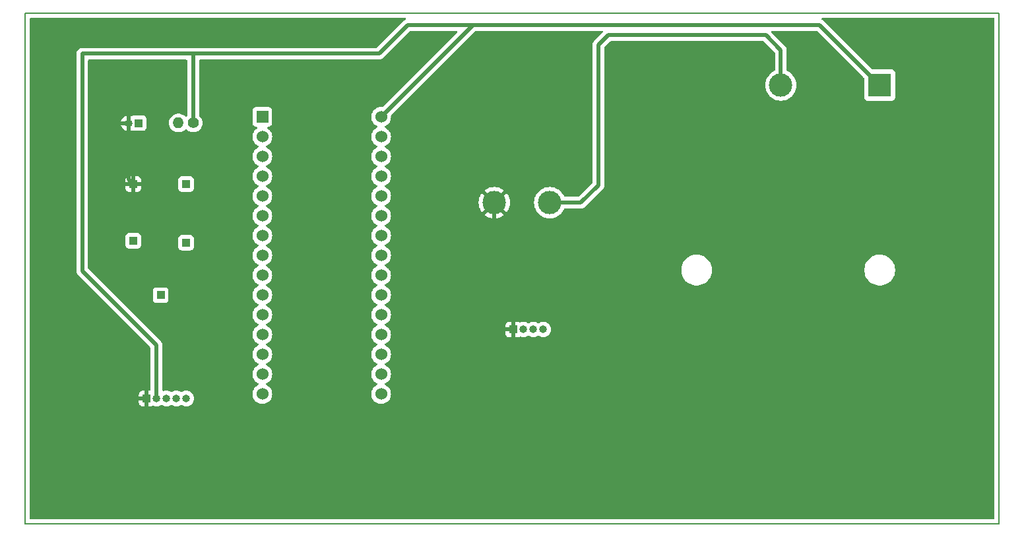
<source format=gbr>
%TF.GenerationSoftware,KiCad,Pcbnew,8.0.7*%
%TF.CreationDate,2024-12-24T22:10:03+05:30*%
%TF.ProjectId,hello,68656c6c-6f2e-46b6-9963-61645f706362,rev?*%
%TF.SameCoordinates,Original*%
%TF.FileFunction,Copper,L1,Top*%
%TF.FilePolarity,Positive*%
%FSLAX46Y46*%
G04 Gerber Fmt 4.6, Leading zero omitted, Abs format (unit mm)*
G04 Created by KiCad (PCBNEW 8.0.7) date 2024-12-24 22:10:03*
%MOMM*%
%LPD*%
G01*
G04 APERTURE LIST*
%TA.AperFunction,NonConductor*%
%ADD10C,0.150000*%
%TD*%
%TA.AperFunction,ComponentPad*%
%ADD11R,1.000000X1.000000*%
%TD*%
%TA.AperFunction,ComponentPad*%
%ADD12O,1.000000X1.000000*%
%TD*%
%TA.AperFunction,ComponentPad*%
%ADD13C,3.000000*%
%TD*%
%TA.AperFunction,ComponentPad*%
%ADD14C,1.400000*%
%TD*%
%TA.AperFunction,ComponentPad*%
%ADD15O,1.400000X1.400000*%
%TD*%
%TA.AperFunction,ComponentPad*%
%ADD16R,3.000000X3.000000*%
%TD*%
%TA.AperFunction,ComponentPad*%
%ADD17C,1.524000*%
%TD*%
%TA.AperFunction,ComponentPad*%
%ADD18R,1.524000X1.524000*%
%TD*%
%TA.AperFunction,Conductor*%
%ADD19C,0.500000*%
%TD*%
G04 APERTURE END LIST*
D10*
X71663000Y-69195000D02*
X196663000Y-69195000D01*
X196663000Y-134695000D01*
X71663000Y-134695000D01*
X71663000Y-69195000D01*
D11*
%TO.P,J4,1,Pin_1*%
%TO.N,cont*%
X92330000Y-91130000D03*
%TD*%
%TO.P,J2,1,Pin_1*%
%TO.N,volt*%
X92330000Y-98630000D03*
%TD*%
%TO.P,U2,1,GND*%
%TO.N,GND*%
X134340000Y-109780000D03*
D12*
%TO.P,U2,2,VCC*%
%TO.N,+5V*%
X135610000Y-109780000D03*
%TO.P,U2,3,SCL*%
%TO.N,SCL*%
X136880000Y-109780000D03*
%TO.P,U2,4,SDA*%
%TO.N,SDA*%
X138150000Y-109780000D03*
%TD*%
%TO.P,U3,5,CLK*%
%TO.N,CLK*%
X92360000Y-118630000D03*
%TO.P,U3,4,DT*%
%TO.N,DT*%
X91090000Y-118630000D03*
%TO.P,U3,3,SW*%
%TO.N,unconnected-(U3-SW-Pad3)*%
X89820000Y-118630000D03*
%TO.P,U3,2,VCC*%
%TO.N,+5V*%
X88550000Y-118630000D03*
D11*
%TO.P,U3,1,GND*%
%TO.N,GND*%
X87280000Y-118630000D03*
%TD*%
%TO.P,J5,1,Pin_1*%
%TO.N,GND*%
X85580000Y-91130000D03*
%TD*%
D13*
%TO.P,SW1,P,B*%
%TO.N,/switch*%
X139000000Y-93500000D03*
%TO.P,SW1,T,A*%
%TO.N,GND*%
X131888000Y-93500000D03*
%TD*%
D14*
%TO.P,R1,1*%
%TO.N,+5V*%
X93260000Y-83267500D03*
D15*
%TO.P,R1,2*%
%TO.N,ohmmeter*%
X91360000Y-83267500D03*
%TD*%
D13*
%TO.P,BT1,2,-*%
%TO.N,/switch*%
X168657500Y-78417500D03*
D16*
%TO.P,BT1,1,+*%
%TO.N,+5V*%
X181357500Y-78417500D03*
%TD*%
D17*
%TO.P,U1,30,VIN*%
%TO.N,+5V*%
X117357500Y-82487500D03*
%TO.P,U1,29,GND*%
%TO.N,unconnected-(U1-GND-Pad29)*%
X117357500Y-85027500D03*
%TO.P,U1,28,RST*%
%TO.N,unconnected-(U1-RST-Pad28)*%
X117357500Y-87567500D03*
%TO.P,U1,27,5V*%
%TO.N,unconnected-(U1-5V-Pad27)*%
X117357500Y-90107500D03*
%TO.P,U1,26,A7*%
%TO.N,unconnected-(U1-A7-Pad26)*%
X117357500Y-92647500D03*
%TO.P,U1,25,A6*%
%TO.N,unconnected-(U1-A6-Pad25)*%
X117357500Y-95187500D03*
%TO.P,U1,24,A5/SCL*%
%TO.N,SCL*%
X117357500Y-97727500D03*
%TO.P,U1,23,A4/SDA*%
%TO.N,SDA*%
X117357500Y-100267500D03*
%TO.P,U1,22,A3*%
%TO.N,unconnected-(U1-A3-Pad22)*%
X117357500Y-102807500D03*
%TO.P,U1,21,A2*%
%TO.N,common*%
X117357500Y-105347500D03*
%TO.P,U1,20,A1*%
%TO.N,ohmmeter*%
X117357500Y-107887500D03*
%TO.P,U1,19,A0*%
%TO.N,volt*%
X117357500Y-110427500D03*
%TO.P,U1,18,REF*%
%TO.N,unconnected-(U1-REF-Pad18)*%
X117357500Y-112967500D03*
%TO.P,U1,17,3V3*%
%TO.N,unconnected-(U1-3V3-Pad17)*%
X117357500Y-115507500D03*
%TO.P,U1,16,D13*%
%TO.N,unconnected-(U1-D13-Pad16)*%
X117357500Y-118047500D03*
%TO.P,U1,15,D12*%
%TO.N,unconnected-(U1-D12-Pad15)*%
X102117500Y-118047500D03*
%TO.P,U1,14,D11*%
%TO.N,unconnected-(U1-D11-Pad14)*%
X102117500Y-115507500D03*
%TO.P,U1,13,D10*%
%TO.N,unconnected-(U1-D10-Pad13)*%
X102117500Y-112967500D03*
%TO.P,U1,12,D9*%
%TO.N,unconnected-(U1-D9-Pad12)*%
X102117500Y-110427500D03*
%TO.P,U1,11,D8*%
%TO.N,unconnected-(U1-D8-Pad11)*%
X102117500Y-107887500D03*
%TO.P,U1,10,D7*%
%TO.N,unconnected-(U1-D7-Pad10)*%
X102117500Y-105347500D03*
%TO.P,U1,9,D6*%
%TO.N,unconnected-(U1-D6-Pad9)*%
X102117500Y-102807500D03*
%TO.P,U1,8,D5*%
%TO.N,DT*%
X102117500Y-100267500D03*
%TO.P,U1,7,D4*%
%TO.N,CLK*%
X102117500Y-97727500D03*
%TO.P,U1,6,D3*%
%TO.N,cont*%
X102117500Y-95187500D03*
%TO.P,U1,5,D2*%
%TO.N,pwm*%
X102117500Y-92647500D03*
%TO.P,U1,4,GND*%
%TO.N,unconnected-(U1-GND-Pad4)*%
X102117500Y-90107500D03*
%TO.P,U1,3,RST*%
%TO.N,unconnected-(U1-RST-Pad3)*%
X102117500Y-87567500D03*
%TO.P,U1,2,D0/RX*%
%TO.N,unconnected-(U1-D0{slash}RX-Pad2)*%
X102117500Y-85027500D03*
D18*
%TO.P,U1,1,D1/TX*%
%TO.N,unconnected-(U1-D1{slash}TX-Pad1)*%
X102117500Y-82487500D03*
%TD*%
D12*
%TO.P,R2,2*%
%TO.N,GND*%
X84960000Y-83292500D03*
D11*
%TO.P,R2,1*%
%TO.N,ohmmeter*%
X86230000Y-83292500D03*
%TD*%
%TO.P,J3,1,Pin_1*%
%TO.N,common*%
X85580000Y-98380000D03*
%TD*%
%TO.P,J1,1,Pin_1*%
%TO.N,pwm*%
X89080000Y-105380000D03*
%TD*%
D19*
%TO.N,GND*%
X134340000Y-111758000D02*
X131888000Y-114210000D01*
X134340000Y-109780000D02*
X134340000Y-111758000D01*
X131888000Y-114210000D02*
X131888000Y-120346950D01*
X131888000Y-93500000D02*
X131888000Y-114210000D01*
X98857500Y-101527500D02*
X98857500Y-122387500D01*
X88450000Y-91120000D02*
X98857500Y-101527500D01*
X85580000Y-91130000D02*
X88440000Y-91130000D01*
X88440000Y-91130000D02*
X88450000Y-91120000D01*
X84960000Y-90510000D02*
X85580000Y-91130000D01*
X84960000Y-83292500D02*
X84960000Y-90510000D01*
%TO.N,+5V*%
X93250000Y-83257500D02*
X93250000Y-74387500D01*
X93260000Y-83267500D02*
X93250000Y-83257500D01*
%TO.N,GND*%
X88547500Y-122387500D02*
X98857500Y-122387500D01*
X87280000Y-121120000D02*
X88547500Y-122387500D01*
X87280000Y-118630000D02*
X87280000Y-121120000D01*
%TO.N,+5V*%
X79000000Y-102250000D02*
X88550000Y-111800000D01*
X88550000Y-111800000D02*
X88550000Y-118630000D01*
X79000000Y-74387500D02*
X79000000Y-102250000D01*
X91250000Y-74387500D02*
X79000000Y-74387500D01*
%TO.N,GND*%
X131888000Y-120346950D02*
X126597450Y-125637500D01*
X132000000Y-93612000D02*
X131888000Y-93500000D01*
%TO.N,+5V*%
X129157500Y-70687500D02*
X129500000Y-70687500D01*
X117357500Y-82487500D02*
X129157500Y-70687500D01*
X129500000Y-70687500D02*
X129363500Y-70687500D01*
X173627500Y-70687500D02*
X129500000Y-70687500D01*
X117563500Y-82487500D02*
X117357500Y-82487500D01*
X120807500Y-70687500D02*
X129363500Y-70687500D01*
X117107500Y-74387500D02*
X120807500Y-70687500D01*
%TO.N,GND*%
X102107500Y-125637500D02*
X126597450Y-125637500D01*
X98857500Y-122387500D02*
X102107500Y-125637500D01*
%TO.N,+5V*%
X91250000Y-74387500D02*
X117107500Y-74387500D01*
%TO.N,/switch*%
X168657500Y-73907500D02*
X168657500Y-78417500D01*
X166750000Y-72000000D02*
X168657500Y-73907500D01*
X146500000Y-72000000D02*
X166750000Y-72000000D01*
X145250000Y-73250000D02*
X146500000Y-72000000D01*
X145250000Y-91250000D02*
X145250000Y-73250000D01*
X139184000Y-93500000D02*
X143000000Y-93500000D01*
X143000000Y-93500000D02*
X145250000Y-91250000D01*
%TO.N,+5V*%
X181357500Y-78417500D02*
X173627500Y-70687500D01*
%TD*%
%TA.AperFunction,Conductor*%
%TO.N,GND*%
G36*
X120503833Y-69790185D02*
G01*
X120549588Y-69842989D01*
X120559532Y-69912147D01*
X120530507Y-69975703D01*
X120484246Y-70009061D01*
X120452011Y-70022412D01*
X120451998Y-70022419D01*
X120329084Y-70104548D01*
X120329080Y-70104551D01*
X116832951Y-73600681D01*
X116771628Y-73634166D01*
X116745270Y-73637000D01*
X78926080Y-73637000D01*
X78781092Y-73665840D01*
X78781082Y-73665843D01*
X78644511Y-73722412D01*
X78644498Y-73722419D01*
X78521584Y-73804548D01*
X78521580Y-73804551D01*
X78417051Y-73909080D01*
X78417048Y-73909084D01*
X78334919Y-74031998D01*
X78334912Y-74032011D01*
X78278343Y-74168582D01*
X78278340Y-74168592D01*
X78249500Y-74313579D01*
X78249500Y-74313582D01*
X78249500Y-102323918D01*
X78249500Y-102323920D01*
X78249499Y-102323920D01*
X78278340Y-102468907D01*
X78278343Y-102468917D01*
X78334914Y-102605492D01*
X78367812Y-102654727D01*
X78367813Y-102654730D01*
X78417046Y-102728414D01*
X78417052Y-102728421D01*
X87763181Y-112074548D01*
X87796666Y-112135871D01*
X87799500Y-112162229D01*
X87799500Y-117506000D01*
X87779815Y-117573039D01*
X87727011Y-117618794D01*
X87675500Y-117630000D01*
X87530000Y-117630000D01*
X87530000Y-118385025D01*
X87494905Y-118349930D01*
X87415095Y-118303852D01*
X87326078Y-118280000D01*
X87233922Y-118280000D01*
X87144905Y-118303852D01*
X87065095Y-118349930D01*
X86999930Y-118415095D01*
X86953852Y-118494905D01*
X86930000Y-118583922D01*
X86930000Y-118676078D01*
X86953852Y-118765095D01*
X86999930Y-118844905D01*
X87065095Y-118910070D01*
X87144905Y-118956148D01*
X87233922Y-118980000D01*
X87326078Y-118980000D01*
X87415095Y-118956148D01*
X87494905Y-118910070D01*
X87530000Y-118874975D01*
X87530000Y-119630000D01*
X87827828Y-119630000D01*
X87827844Y-119629999D01*
X87887372Y-119623598D01*
X87887376Y-119623597D01*
X88022089Y-119573351D01*
X88029890Y-119567512D01*
X88095353Y-119543091D01*
X88159529Y-119556751D01*
X88159641Y-119556482D01*
X88161100Y-119557086D01*
X88162663Y-119557419D01*
X88165273Y-119558814D01*
X88353868Y-119616024D01*
X88550000Y-119635341D01*
X88746132Y-119616024D01*
X88934727Y-119558814D01*
X89108538Y-119465910D01*
X89108544Y-119465904D01*
X89113607Y-119462523D01*
X89114703Y-119464164D01*
X89170639Y-119440405D01*
X89239507Y-119452194D01*
X89256148Y-119462888D01*
X89256393Y-119462523D01*
X89261458Y-119465907D01*
X89261462Y-119465910D01*
X89435273Y-119558814D01*
X89623868Y-119616024D01*
X89820000Y-119635341D01*
X90016132Y-119616024D01*
X90204727Y-119558814D01*
X90378538Y-119465910D01*
X90378544Y-119465904D01*
X90383607Y-119462523D01*
X90384703Y-119464164D01*
X90440639Y-119440405D01*
X90509507Y-119452194D01*
X90526148Y-119462888D01*
X90526393Y-119462523D01*
X90531458Y-119465907D01*
X90531462Y-119465910D01*
X90705273Y-119558814D01*
X90893868Y-119616024D01*
X91090000Y-119635341D01*
X91286132Y-119616024D01*
X91474727Y-119558814D01*
X91648538Y-119465910D01*
X91648544Y-119465904D01*
X91653607Y-119462523D01*
X91654703Y-119464164D01*
X91710639Y-119440405D01*
X91779507Y-119452194D01*
X91796148Y-119462888D01*
X91796393Y-119462523D01*
X91801458Y-119465907D01*
X91801462Y-119465910D01*
X91975273Y-119558814D01*
X92163868Y-119616024D01*
X92360000Y-119635341D01*
X92556132Y-119616024D01*
X92744727Y-119558814D01*
X92918538Y-119465910D01*
X93070883Y-119340883D01*
X93195910Y-119188538D01*
X93286890Y-119018326D01*
X93288811Y-119014733D01*
X93288811Y-119014732D01*
X93288814Y-119014727D01*
X93346024Y-118826132D01*
X93365341Y-118630000D01*
X93346024Y-118433868D01*
X93288814Y-118245273D01*
X93288811Y-118245269D01*
X93288811Y-118245266D01*
X93195913Y-118071467D01*
X93195909Y-118071460D01*
X93070883Y-117919116D01*
X92918539Y-117794090D01*
X92918532Y-117794086D01*
X92744733Y-117701188D01*
X92744727Y-117701186D01*
X92618997Y-117663046D01*
X92556129Y-117643975D01*
X92360000Y-117624659D01*
X92163870Y-117643975D01*
X91975266Y-117701188D01*
X91801467Y-117794086D01*
X91796399Y-117797473D01*
X91795305Y-117795836D01*
X91739337Y-117819596D01*
X91670471Y-117807795D01*
X91653843Y-117797109D01*
X91653601Y-117797473D01*
X91648532Y-117794086D01*
X91474733Y-117701188D01*
X91474727Y-117701186D01*
X91348997Y-117663046D01*
X91286129Y-117643975D01*
X91090000Y-117624659D01*
X90893870Y-117643975D01*
X90705266Y-117701188D01*
X90531467Y-117794086D01*
X90526399Y-117797473D01*
X90525305Y-117795836D01*
X90469337Y-117819596D01*
X90400471Y-117807795D01*
X90383843Y-117797109D01*
X90383601Y-117797473D01*
X90378532Y-117794086D01*
X90204733Y-117701188D01*
X90204727Y-117701186D01*
X90078997Y-117663046D01*
X90016129Y-117643975D01*
X89820000Y-117624659D01*
X89623869Y-117643975D01*
X89460495Y-117693535D01*
X89390628Y-117694158D01*
X89331516Y-117656910D01*
X89301925Y-117593616D01*
X89300500Y-117574874D01*
X89300500Y-111726082D01*
X89299177Y-111719430D01*
X89290452Y-111675570D01*
X89271659Y-111581088D01*
X89217408Y-111450117D01*
X89215764Y-111445522D01*
X89132954Y-111321588D01*
X89132953Y-111321587D01*
X89132951Y-111321584D01*
X89028416Y-111217049D01*
X84426190Y-106614823D01*
X82643502Y-104832135D01*
X88079500Y-104832135D01*
X88079500Y-105927870D01*
X88079501Y-105927876D01*
X88085908Y-105987483D01*
X88136202Y-106122328D01*
X88136206Y-106122335D01*
X88222452Y-106237544D01*
X88222455Y-106237547D01*
X88337664Y-106323793D01*
X88337671Y-106323797D01*
X88472517Y-106374091D01*
X88472516Y-106374091D01*
X88479444Y-106374835D01*
X88532127Y-106380500D01*
X89627872Y-106380499D01*
X89687483Y-106374091D01*
X89822331Y-106323796D01*
X89937546Y-106237546D01*
X90023796Y-106122331D01*
X90074091Y-105987483D01*
X90080500Y-105927873D01*
X90080499Y-104832128D01*
X90074091Y-104772517D01*
X90023796Y-104637669D01*
X90023795Y-104637668D01*
X90023793Y-104637664D01*
X89937547Y-104522455D01*
X89937544Y-104522452D01*
X89822335Y-104436206D01*
X89822328Y-104436202D01*
X89687482Y-104385908D01*
X89687483Y-104385908D01*
X89627883Y-104379501D01*
X89627881Y-104379500D01*
X89627873Y-104379500D01*
X89627864Y-104379500D01*
X88532129Y-104379500D01*
X88532123Y-104379501D01*
X88472516Y-104385908D01*
X88337671Y-104436202D01*
X88337664Y-104436206D01*
X88222455Y-104522452D01*
X88222452Y-104522455D01*
X88136206Y-104637664D01*
X88136202Y-104637671D01*
X88085908Y-104772517D01*
X88079501Y-104832116D01*
X88079501Y-104832123D01*
X88079500Y-104832135D01*
X82643502Y-104832135D01*
X79786819Y-101975451D01*
X79753334Y-101914128D01*
X79750500Y-101887770D01*
X79750500Y-97832135D01*
X84579500Y-97832135D01*
X84579500Y-98927870D01*
X84579501Y-98927876D01*
X84585908Y-98987483D01*
X84636202Y-99122328D01*
X84636206Y-99122335D01*
X84722452Y-99237544D01*
X84722455Y-99237547D01*
X84837664Y-99323793D01*
X84837671Y-99323797D01*
X84972517Y-99374091D01*
X84972516Y-99374091D01*
X84979444Y-99374835D01*
X85032127Y-99380500D01*
X86127872Y-99380499D01*
X86187483Y-99374091D01*
X86322331Y-99323796D01*
X86437546Y-99237546D01*
X86523796Y-99122331D01*
X86574091Y-98987483D01*
X86580500Y-98927873D01*
X86580499Y-98082135D01*
X91329500Y-98082135D01*
X91329500Y-99177870D01*
X91329501Y-99177876D01*
X91335908Y-99237483D01*
X91386202Y-99372328D01*
X91386206Y-99372335D01*
X91472452Y-99487544D01*
X91472455Y-99487547D01*
X91587664Y-99573793D01*
X91587671Y-99573797D01*
X91722517Y-99624091D01*
X91722516Y-99624091D01*
X91729444Y-99624835D01*
X91782127Y-99630500D01*
X92877872Y-99630499D01*
X92937483Y-99624091D01*
X93072331Y-99573796D01*
X93187546Y-99487546D01*
X93273796Y-99372331D01*
X93324091Y-99237483D01*
X93330500Y-99177873D01*
X93330499Y-98082128D01*
X93324091Y-98022517D01*
X93273796Y-97887669D01*
X93273795Y-97887668D01*
X93273793Y-97887664D01*
X93187547Y-97772455D01*
X93187544Y-97772452D01*
X93072335Y-97686206D01*
X93072328Y-97686202D01*
X92937482Y-97635908D01*
X92937483Y-97635908D01*
X92877883Y-97629501D01*
X92877881Y-97629500D01*
X92877873Y-97629500D01*
X92877864Y-97629500D01*
X91782129Y-97629500D01*
X91782123Y-97629501D01*
X91722516Y-97635908D01*
X91587671Y-97686202D01*
X91587664Y-97686206D01*
X91472455Y-97772452D01*
X91472452Y-97772455D01*
X91386206Y-97887664D01*
X91386202Y-97887671D01*
X91335908Y-98022517D01*
X91329501Y-98082116D01*
X91329501Y-98082123D01*
X91329500Y-98082135D01*
X86580499Y-98082135D01*
X86580499Y-97832128D01*
X86574091Y-97772517D01*
X86541898Y-97686204D01*
X86523797Y-97637671D01*
X86523793Y-97637664D01*
X86437547Y-97522455D01*
X86437544Y-97522452D01*
X86322335Y-97436206D01*
X86322328Y-97436202D01*
X86187482Y-97385908D01*
X86187483Y-97385908D01*
X86127883Y-97379501D01*
X86127881Y-97379500D01*
X86127873Y-97379500D01*
X86127864Y-97379500D01*
X85032129Y-97379500D01*
X85032123Y-97379501D01*
X84972516Y-97385908D01*
X84837671Y-97436202D01*
X84837664Y-97436206D01*
X84722455Y-97522452D01*
X84722452Y-97522455D01*
X84636206Y-97637664D01*
X84636202Y-97637671D01*
X84585908Y-97772517D01*
X84579501Y-97832116D01*
X84579501Y-97832123D01*
X84579500Y-97832135D01*
X79750500Y-97832135D01*
X79750500Y-91677844D01*
X84580000Y-91677844D01*
X84586401Y-91737372D01*
X84586403Y-91737379D01*
X84636645Y-91872086D01*
X84636649Y-91872093D01*
X84722809Y-91987187D01*
X84722812Y-91987190D01*
X84837906Y-92073350D01*
X84837913Y-92073354D01*
X84972620Y-92123596D01*
X84972627Y-92123598D01*
X85032155Y-92129999D01*
X85032172Y-92130000D01*
X85330000Y-92130000D01*
X85830000Y-92130000D01*
X86127828Y-92130000D01*
X86127844Y-92129999D01*
X86187372Y-92123598D01*
X86187379Y-92123596D01*
X86322086Y-92073354D01*
X86322093Y-92073350D01*
X86437187Y-91987190D01*
X86437190Y-91987187D01*
X86523350Y-91872093D01*
X86523354Y-91872086D01*
X86573596Y-91737379D01*
X86573598Y-91737372D01*
X86579999Y-91677844D01*
X86580000Y-91677827D01*
X86580000Y-91380000D01*
X85830000Y-91380000D01*
X85830000Y-92130000D01*
X85330000Y-92130000D01*
X85330000Y-91380000D01*
X84580000Y-91380000D01*
X84580000Y-91677844D01*
X79750500Y-91677844D01*
X79750500Y-91083922D01*
X85230000Y-91083922D01*
X85230000Y-91176078D01*
X85253852Y-91265095D01*
X85299930Y-91344905D01*
X85365095Y-91410070D01*
X85444905Y-91456148D01*
X85533922Y-91480000D01*
X85626078Y-91480000D01*
X85715095Y-91456148D01*
X85794905Y-91410070D01*
X85860070Y-91344905D01*
X85906148Y-91265095D01*
X85930000Y-91176078D01*
X85930000Y-91083922D01*
X85906148Y-90994905D01*
X85860070Y-90915095D01*
X85824975Y-90880000D01*
X85830000Y-90880000D01*
X86580000Y-90880000D01*
X86580000Y-90582172D01*
X86579999Y-90582155D01*
X86579997Y-90582135D01*
X91329500Y-90582135D01*
X91329500Y-91677870D01*
X91329501Y-91677876D01*
X91335908Y-91737483D01*
X91386202Y-91872328D01*
X91386206Y-91872335D01*
X91472452Y-91987544D01*
X91472455Y-91987547D01*
X91587664Y-92073793D01*
X91587671Y-92073797D01*
X91722517Y-92124091D01*
X91722516Y-92124091D01*
X91729444Y-92124835D01*
X91782127Y-92130500D01*
X92877872Y-92130499D01*
X92937483Y-92124091D01*
X93072331Y-92073796D01*
X93187546Y-91987546D01*
X93273796Y-91872331D01*
X93324091Y-91737483D01*
X93330500Y-91677873D01*
X93330499Y-90582128D01*
X93324091Y-90522517D01*
X93273884Y-90387906D01*
X93273797Y-90387671D01*
X93273793Y-90387664D01*
X93187547Y-90272455D01*
X93187544Y-90272452D01*
X93072335Y-90186206D01*
X93072328Y-90186202D01*
X92937482Y-90135908D01*
X92937483Y-90135908D01*
X92877883Y-90129501D01*
X92877881Y-90129500D01*
X92877873Y-90129500D01*
X92877864Y-90129500D01*
X91782129Y-90129500D01*
X91782123Y-90129501D01*
X91722516Y-90135908D01*
X91587671Y-90186202D01*
X91587664Y-90186206D01*
X91472455Y-90272452D01*
X91472452Y-90272455D01*
X91386206Y-90387664D01*
X91386202Y-90387671D01*
X91335908Y-90522517D01*
X91329501Y-90582116D01*
X91329501Y-90582123D01*
X91329500Y-90582135D01*
X86579997Y-90582135D01*
X86573598Y-90522627D01*
X86573596Y-90522620D01*
X86523354Y-90387913D01*
X86523350Y-90387906D01*
X86437190Y-90272812D01*
X86437187Y-90272809D01*
X86322093Y-90186649D01*
X86322086Y-90186645D01*
X86187379Y-90136403D01*
X86187372Y-90136401D01*
X86127844Y-90130000D01*
X85830000Y-90130000D01*
X85830000Y-90880000D01*
X85824975Y-90880000D01*
X85794905Y-90849930D01*
X85715095Y-90803852D01*
X85626078Y-90780000D01*
X85533922Y-90780000D01*
X85444905Y-90803852D01*
X85365095Y-90849930D01*
X85299930Y-90915095D01*
X85253852Y-90994905D01*
X85230000Y-91083922D01*
X79750500Y-91083922D01*
X79750500Y-90582155D01*
X84580000Y-90582155D01*
X84580000Y-90880000D01*
X85330000Y-90880000D01*
X85330000Y-90130000D01*
X85032155Y-90130000D01*
X84972627Y-90136401D01*
X84972620Y-90136403D01*
X84837913Y-90186645D01*
X84837906Y-90186649D01*
X84722812Y-90272809D01*
X84722809Y-90272812D01*
X84636649Y-90387906D01*
X84636645Y-90387913D01*
X84586403Y-90522620D01*
X84586401Y-90522627D01*
X84580000Y-90582155D01*
X79750500Y-90582155D01*
X79750500Y-85027497D01*
X100850177Y-85027497D01*
X100850177Y-85027502D01*
X100869429Y-85247562D01*
X100869430Y-85247570D01*
X100926604Y-85460945D01*
X100926605Y-85460947D01*
X100926606Y-85460950D01*
X101019966Y-85661162D01*
X101019968Y-85661166D01*
X101146670Y-85842115D01*
X101146675Y-85842121D01*
X101302878Y-85998324D01*
X101302884Y-85998329D01*
X101483833Y-86125031D01*
X101483835Y-86125032D01*
X101483838Y-86125034D01*
X101603248Y-86180715D01*
X101612689Y-86185118D01*
X101665128Y-86231290D01*
X101684280Y-86298484D01*
X101664064Y-86365365D01*
X101612689Y-86409882D01*
X101483840Y-86469965D01*
X101483838Y-86469966D01*
X101302877Y-86596675D01*
X101146675Y-86752877D01*
X101019966Y-86933838D01*
X101019965Y-86933840D01*
X100926607Y-87134048D01*
X100926604Y-87134054D01*
X100869430Y-87347429D01*
X100869429Y-87347437D01*
X100850177Y-87567497D01*
X100850177Y-87567502D01*
X100869429Y-87787562D01*
X100869430Y-87787570D01*
X100926604Y-88000945D01*
X100926605Y-88000947D01*
X100926606Y-88000950D01*
X101019966Y-88201162D01*
X101019968Y-88201166D01*
X101146670Y-88382115D01*
X101146675Y-88382121D01*
X101302878Y-88538324D01*
X101302884Y-88538329D01*
X101483833Y-88665031D01*
X101483835Y-88665032D01*
X101483838Y-88665034D01*
X101603248Y-88720715D01*
X101612689Y-88725118D01*
X101665128Y-88771290D01*
X101684280Y-88838484D01*
X101664064Y-88905365D01*
X101612689Y-88949882D01*
X101483840Y-89009965D01*
X101483838Y-89009966D01*
X101302877Y-89136675D01*
X101146675Y-89292877D01*
X101019966Y-89473838D01*
X101019965Y-89473840D01*
X100926607Y-89674048D01*
X100926604Y-89674054D01*
X100869430Y-89887429D01*
X100869429Y-89887437D01*
X100850177Y-90107497D01*
X100850177Y-90107502D01*
X100869429Y-90327562D01*
X100869430Y-90327570D01*
X100926604Y-90540945D01*
X100926605Y-90540947D01*
X100926606Y-90540950D01*
X100945828Y-90582172D01*
X101019966Y-90741162D01*
X101019968Y-90741166D01*
X101146670Y-90922115D01*
X101146675Y-90922121D01*
X101302878Y-91078324D01*
X101302884Y-91078329D01*
X101483833Y-91205031D01*
X101483835Y-91205032D01*
X101483838Y-91205034D01*
X101603248Y-91260715D01*
X101612689Y-91265118D01*
X101665128Y-91311290D01*
X101684280Y-91378484D01*
X101664064Y-91445365D01*
X101612689Y-91489882D01*
X101483840Y-91549965D01*
X101483838Y-91549966D01*
X101302877Y-91676675D01*
X101146675Y-91832877D01*
X101019966Y-92013838D01*
X101019965Y-92013840D01*
X100926607Y-92214048D01*
X100926604Y-92214054D01*
X100869430Y-92427429D01*
X100869429Y-92427437D01*
X100850177Y-92647497D01*
X100850177Y-92647502D01*
X100869429Y-92867562D01*
X100869430Y-92867570D01*
X100926604Y-93080945D01*
X100926605Y-93080947D01*
X100926606Y-93080950D01*
X100985995Y-93208311D01*
X101019966Y-93281162D01*
X101019968Y-93281166D01*
X101146670Y-93462115D01*
X101146675Y-93462121D01*
X101302878Y-93618324D01*
X101302884Y-93618329D01*
X101483833Y-93745031D01*
X101483835Y-93745032D01*
X101483838Y-93745034D01*
X101603248Y-93800715D01*
X101612689Y-93805118D01*
X101665128Y-93851290D01*
X101684280Y-93918484D01*
X101664064Y-93985365D01*
X101612689Y-94029882D01*
X101483840Y-94089965D01*
X101483838Y-94089966D01*
X101302877Y-94216675D01*
X101146675Y-94372877D01*
X101019966Y-94553838D01*
X101019965Y-94553840D01*
X100926607Y-94754048D01*
X100926604Y-94754054D01*
X100869430Y-94967429D01*
X100869429Y-94967437D01*
X100850177Y-95187497D01*
X100850177Y-95187502D01*
X100869429Y-95407562D01*
X100869430Y-95407570D01*
X100926604Y-95620945D01*
X100926605Y-95620947D01*
X100926606Y-95620950D01*
X101019966Y-95821162D01*
X101019968Y-95821166D01*
X101146670Y-96002115D01*
X101146675Y-96002121D01*
X101302878Y-96158324D01*
X101302884Y-96158329D01*
X101483833Y-96285031D01*
X101483835Y-96285032D01*
X101483838Y-96285034D01*
X101603248Y-96340715D01*
X101612689Y-96345118D01*
X101665128Y-96391290D01*
X101684280Y-96458484D01*
X101664064Y-96525365D01*
X101612689Y-96569882D01*
X101483840Y-96629965D01*
X101483838Y-96629966D01*
X101302877Y-96756675D01*
X101146675Y-96912877D01*
X101019966Y-97093838D01*
X101019965Y-97093840D01*
X100926607Y-97294048D01*
X100926604Y-97294054D01*
X100869430Y-97507429D01*
X100869429Y-97507437D01*
X100850177Y-97727497D01*
X100850177Y-97727502D01*
X100869429Y-97947562D01*
X100869430Y-97947570D01*
X100926604Y-98160945D01*
X100926605Y-98160947D01*
X100926606Y-98160950D01*
X101019966Y-98361162D01*
X101019968Y-98361166D01*
X101146670Y-98542115D01*
X101146675Y-98542121D01*
X101302878Y-98698324D01*
X101302884Y-98698329D01*
X101483833Y-98825031D01*
X101483835Y-98825032D01*
X101483838Y-98825034D01*
X101603248Y-98880715D01*
X101612689Y-98885118D01*
X101665128Y-98931290D01*
X101684280Y-98998484D01*
X101664064Y-99065365D01*
X101612689Y-99109882D01*
X101483840Y-99169965D01*
X101483838Y-99169966D01*
X101302877Y-99296675D01*
X101146675Y-99452877D01*
X101019966Y-99633838D01*
X101019965Y-99633840D01*
X100926607Y-99834048D01*
X100926604Y-99834054D01*
X100869430Y-100047429D01*
X100869429Y-100047437D01*
X100850177Y-100267497D01*
X100850177Y-100267502D01*
X100869429Y-100487562D01*
X100869430Y-100487570D01*
X100926604Y-100700945D01*
X100926605Y-100700947D01*
X100926606Y-100700950D01*
X100987793Y-100832167D01*
X101019966Y-100901162D01*
X101019968Y-100901166D01*
X101146670Y-101082115D01*
X101146675Y-101082121D01*
X101302878Y-101238324D01*
X101302884Y-101238329D01*
X101483833Y-101365031D01*
X101483835Y-101365032D01*
X101483838Y-101365034D01*
X101603248Y-101420715D01*
X101612689Y-101425118D01*
X101665128Y-101471290D01*
X101684280Y-101538484D01*
X101664064Y-101605365D01*
X101612689Y-101649882D01*
X101483840Y-101709965D01*
X101483838Y-101709966D01*
X101302877Y-101836675D01*
X101146675Y-101992877D01*
X101019966Y-102173838D01*
X101019965Y-102173840D01*
X100926607Y-102374048D01*
X100926604Y-102374054D01*
X100869430Y-102587429D01*
X100869429Y-102587437D01*
X100850177Y-102807497D01*
X100850177Y-102807502D01*
X100869429Y-103027562D01*
X100869430Y-103027570D01*
X100926604Y-103240945D01*
X100926605Y-103240947D01*
X100926606Y-103240950D01*
X101019966Y-103441162D01*
X101019968Y-103441166D01*
X101146670Y-103622115D01*
X101146675Y-103622121D01*
X101302878Y-103778324D01*
X101302884Y-103778329D01*
X101483833Y-103905031D01*
X101483835Y-103905032D01*
X101483838Y-103905034D01*
X101603248Y-103960715D01*
X101612689Y-103965118D01*
X101665128Y-104011290D01*
X101684280Y-104078484D01*
X101664064Y-104145365D01*
X101612689Y-104189882D01*
X101483840Y-104249965D01*
X101483838Y-104249966D01*
X101302877Y-104376675D01*
X101146675Y-104532877D01*
X101019966Y-104713838D01*
X101019965Y-104713840D01*
X100926607Y-104914048D01*
X100926604Y-104914054D01*
X100869430Y-105127429D01*
X100869429Y-105127437D01*
X100850177Y-105347497D01*
X100850177Y-105347502D01*
X100869429Y-105567562D01*
X100869430Y-105567570D01*
X100926604Y-105780945D01*
X100926605Y-105780947D01*
X100926606Y-105780950D01*
X100995122Y-105927883D01*
X101019966Y-105981162D01*
X101019968Y-105981166D01*
X101146670Y-106162115D01*
X101146675Y-106162121D01*
X101302878Y-106318324D01*
X101302884Y-106318329D01*
X101483833Y-106445031D01*
X101483835Y-106445032D01*
X101483838Y-106445034D01*
X101603248Y-106500715D01*
X101612689Y-106505118D01*
X101665128Y-106551290D01*
X101684280Y-106618484D01*
X101664064Y-106685365D01*
X101612689Y-106729882D01*
X101483840Y-106789965D01*
X101483838Y-106789966D01*
X101302877Y-106916675D01*
X101146675Y-107072877D01*
X101019966Y-107253838D01*
X101019965Y-107253840D01*
X100926607Y-107454048D01*
X100926604Y-107454054D01*
X100869430Y-107667429D01*
X100869429Y-107667437D01*
X100850177Y-107887497D01*
X100850177Y-107887502D01*
X100869429Y-108107562D01*
X100869430Y-108107570D01*
X100926604Y-108320945D01*
X100926605Y-108320947D01*
X100926606Y-108320950D01*
X101019966Y-108521162D01*
X101019968Y-108521166D01*
X101146670Y-108702115D01*
X101146675Y-108702121D01*
X101302878Y-108858324D01*
X101302884Y-108858329D01*
X101483833Y-108985031D01*
X101483835Y-108985032D01*
X101483838Y-108985034D01*
X101597223Y-109037906D01*
X101612689Y-109045118D01*
X101665128Y-109091290D01*
X101684280Y-109158484D01*
X101664064Y-109225365D01*
X101612689Y-109269882D01*
X101483840Y-109329965D01*
X101483838Y-109329966D01*
X101302877Y-109456675D01*
X101146675Y-109612877D01*
X101019966Y-109793838D01*
X101019965Y-109793840D01*
X100926607Y-109994048D01*
X100926604Y-109994054D01*
X100869430Y-110207429D01*
X100869429Y-110207437D01*
X100850177Y-110427497D01*
X100850177Y-110427502D01*
X100869429Y-110647562D01*
X100869430Y-110647570D01*
X100926604Y-110860945D01*
X100926605Y-110860947D01*
X100926606Y-110860950D01*
X101019966Y-111061162D01*
X101019968Y-111061166D01*
X101146670Y-111242115D01*
X101146675Y-111242121D01*
X101302878Y-111398324D01*
X101302884Y-111398329D01*
X101483833Y-111525031D01*
X101483835Y-111525032D01*
X101483838Y-111525034D01*
X101603248Y-111580715D01*
X101612689Y-111585118D01*
X101665128Y-111631290D01*
X101684280Y-111698484D01*
X101664064Y-111765365D01*
X101612689Y-111809882D01*
X101483840Y-111869965D01*
X101483838Y-111869966D01*
X101302877Y-111996675D01*
X101146675Y-112152877D01*
X101019966Y-112333838D01*
X101019965Y-112333840D01*
X100926607Y-112534048D01*
X100926604Y-112534054D01*
X100869430Y-112747429D01*
X100869429Y-112747437D01*
X100850177Y-112967497D01*
X100850177Y-112967502D01*
X100869429Y-113187562D01*
X100869430Y-113187570D01*
X100926604Y-113400945D01*
X100926605Y-113400947D01*
X100926606Y-113400950D01*
X101019966Y-113601162D01*
X101019968Y-113601166D01*
X101146670Y-113782115D01*
X101146675Y-113782121D01*
X101302878Y-113938324D01*
X101302884Y-113938329D01*
X101483833Y-114065031D01*
X101483835Y-114065032D01*
X101483838Y-114065034D01*
X101603248Y-114120715D01*
X101612689Y-114125118D01*
X101665128Y-114171290D01*
X101684280Y-114238484D01*
X101664064Y-114305365D01*
X101612689Y-114349882D01*
X101483840Y-114409965D01*
X101483838Y-114409966D01*
X101302877Y-114536675D01*
X101146675Y-114692877D01*
X101019966Y-114873838D01*
X101019965Y-114873840D01*
X100926607Y-115074048D01*
X100926604Y-115074054D01*
X100869430Y-115287429D01*
X100869429Y-115287437D01*
X100850177Y-115507497D01*
X100850177Y-115507502D01*
X100869429Y-115727562D01*
X100869430Y-115727570D01*
X100926604Y-115940945D01*
X100926605Y-115940947D01*
X100926606Y-115940950D01*
X101019966Y-116141162D01*
X101019968Y-116141166D01*
X101146670Y-116322115D01*
X101146675Y-116322121D01*
X101302878Y-116478324D01*
X101302884Y-116478329D01*
X101483833Y-116605031D01*
X101483835Y-116605032D01*
X101483838Y-116605034D01*
X101603248Y-116660715D01*
X101612689Y-116665118D01*
X101665128Y-116711290D01*
X101684280Y-116778484D01*
X101664064Y-116845365D01*
X101612689Y-116889882D01*
X101483840Y-116949965D01*
X101483838Y-116949966D01*
X101302877Y-117076675D01*
X101146675Y-117232877D01*
X101019966Y-117413838D01*
X101019965Y-117413840D01*
X100926607Y-117614048D01*
X100926604Y-117614054D01*
X100869430Y-117827429D01*
X100869429Y-117827437D01*
X100850177Y-118047497D01*
X100850177Y-118047502D01*
X100869429Y-118267562D01*
X100869430Y-118267570D01*
X100926604Y-118480945D01*
X100926605Y-118480947D01*
X100926606Y-118480950D01*
X100996109Y-118630000D01*
X101019966Y-118681162D01*
X101019968Y-118681166D01*
X101146670Y-118862115D01*
X101146675Y-118862121D01*
X101302878Y-119018324D01*
X101302884Y-119018329D01*
X101483833Y-119145031D01*
X101483835Y-119145032D01*
X101483838Y-119145034D01*
X101684050Y-119238394D01*
X101897432Y-119295570D01*
X102054623Y-119309322D01*
X102117498Y-119314823D01*
X102117500Y-119314823D01*
X102117502Y-119314823D01*
X102172517Y-119310009D01*
X102337568Y-119295570D01*
X102550950Y-119238394D01*
X102751162Y-119145034D01*
X102932120Y-119018326D01*
X103088326Y-118862120D01*
X103215034Y-118681162D01*
X103308394Y-118480950D01*
X103365570Y-118267568D01*
X103384823Y-118047500D01*
X103382646Y-118022620D01*
X103370861Y-117887913D01*
X103365570Y-117827432D01*
X103308394Y-117614050D01*
X103215034Y-117413839D01*
X103088326Y-117232880D01*
X102932120Y-117076674D01*
X102932116Y-117076671D01*
X102932115Y-117076670D01*
X102751166Y-116949968D01*
X102751158Y-116949964D01*
X102622311Y-116889882D01*
X102569871Y-116843710D01*
X102550719Y-116776517D01*
X102570935Y-116709635D01*
X102622311Y-116665118D01*
X102628302Y-116662324D01*
X102751162Y-116605034D01*
X102932120Y-116478326D01*
X103088326Y-116322120D01*
X103215034Y-116141162D01*
X103308394Y-115940950D01*
X103365570Y-115727568D01*
X103384823Y-115507500D01*
X103365570Y-115287432D01*
X103308394Y-115074050D01*
X103215034Y-114873839D01*
X103088326Y-114692880D01*
X102932120Y-114536674D01*
X102932116Y-114536671D01*
X102932115Y-114536670D01*
X102751166Y-114409968D01*
X102751158Y-114409964D01*
X102622311Y-114349882D01*
X102569871Y-114303710D01*
X102550719Y-114236517D01*
X102570935Y-114169635D01*
X102622311Y-114125118D01*
X102628302Y-114122324D01*
X102751162Y-114065034D01*
X102932120Y-113938326D01*
X103088326Y-113782120D01*
X103215034Y-113601162D01*
X103308394Y-113400950D01*
X103365570Y-113187568D01*
X103384823Y-112967500D01*
X103365570Y-112747432D01*
X103308394Y-112534050D01*
X103215034Y-112333839D01*
X103088326Y-112152880D01*
X102932120Y-111996674D01*
X102932116Y-111996671D01*
X102932115Y-111996670D01*
X102751166Y-111869968D01*
X102751158Y-111869964D01*
X102622311Y-111809882D01*
X102569871Y-111763710D01*
X102550719Y-111696517D01*
X102570935Y-111629635D01*
X102622311Y-111585118D01*
X102630953Y-111581088D01*
X102751162Y-111525034D01*
X102932120Y-111398326D01*
X103088326Y-111242120D01*
X103215034Y-111061162D01*
X103308394Y-110860950D01*
X103365570Y-110647568D01*
X103384823Y-110427500D01*
X103365570Y-110207432D01*
X103308394Y-109994050D01*
X103215034Y-109793839D01*
X103088326Y-109612880D01*
X102932120Y-109456674D01*
X102932116Y-109456671D01*
X102932115Y-109456670D01*
X102751166Y-109329968D01*
X102751158Y-109329964D01*
X102622311Y-109269882D01*
X102569871Y-109223710D01*
X102550719Y-109156517D01*
X102570935Y-109089635D01*
X102622311Y-109045118D01*
X102637777Y-109037906D01*
X102751162Y-108985034D01*
X102932120Y-108858326D01*
X103088326Y-108702120D01*
X103215034Y-108521162D01*
X103308394Y-108320950D01*
X103365570Y-108107568D01*
X103384823Y-107887500D01*
X103365570Y-107667432D01*
X103308394Y-107454050D01*
X103215034Y-107253839D01*
X103088326Y-107072880D01*
X102932120Y-106916674D01*
X102932116Y-106916671D01*
X102932115Y-106916670D01*
X102751166Y-106789968D01*
X102751158Y-106789964D01*
X102622311Y-106729882D01*
X102569871Y-106683710D01*
X102550719Y-106616517D01*
X102570935Y-106549635D01*
X102622311Y-106505118D01*
X102628302Y-106502324D01*
X102751162Y-106445034D01*
X102932120Y-106318326D01*
X103088326Y-106162120D01*
X103215034Y-105981162D01*
X103308394Y-105780950D01*
X103365570Y-105567568D01*
X103384823Y-105347500D01*
X103365570Y-105127432D01*
X103308394Y-104914050D01*
X103215034Y-104713839D01*
X103088326Y-104532880D01*
X102932120Y-104376674D01*
X102932116Y-104376671D01*
X102932115Y-104376670D01*
X102751166Y-104249968D01*
X102751158Y-104249964D01*
X102622311Y-104189882D01*
X102569871Y-104143710D01*
X102550719Y-104076517D01*
X102570935Y-104009635D01*
X102622311Y-103965118D01*
X102628302Y-103962324D01*
X102751162Y-103905034D01*
X102932120Y-103778326D01*
X103088326Y-103622120D01*
X103215034Y-103441162D01*
X103308394Y-103240950D01*
X103365570Y-103027568D01*
X103384823Y-102807500D01*
X103381880Y-102773866D01*
X103377603Y-102724974D01*
X103365570Y-102587432D01*
X103308394Y-102374050D01*
X103215034Y-102173839D01*
X103098931Y-102008025D01*
X103088327Y-101992881D01*
X103034578Y-101939132D01*
X102932120Y-101836674D01*
X102932116Y-101836671D01*
X102932115Y-101836670D01*
X102751166Y-101709968D01*
X102751158Y-101709964D01*
X102622311Y-101649882D01*
X102569871Y-101603710D01*
X102550719Y-101536517D01*
X102570935Y-101469635D01*
X102622311Y-101425118D01*
X102628302Y-101422324D01*
X102751162Y-101365034D01*
X102932120Y-101238326D01*
X103088326Y-101082120D01*
X103215034Y-100901162D01*
X103308394Y-100700950D01*
X103365570Y-100487568D01*
X103384823Y-100267500D01*
X103365570Y-100047432D01*
X103308394Y-99834050D01*
X103215034Y-99633839D01*
X103088326Y-99452880D01*
X102932120Y-99296674D01*
X102932116Y-99296671D01*
X102932115Y-99296670D01*
X102751166Y-99169968D01*
X102751158Y-99169964D01*
X102622311Y-99109882D01*
X102569871Y-99063710D01*
X102550719Y-98996517D01*
X102570935Y-98929635D01*
X102622311Y-98885118D01*
X102628302Y-98882324D01*
X102751162Y-98825034D01*
X102932120Y-98698326D01*
X103088326Y-98542120D01*
X103215034Y-98361162D01*
X103308394Y-98160950D01*
X103365570Y-97947568D01*
X103384823Y-97727500D01*
X103365570Y-97507432D01*
X103308394Y-97294050D01*
X103215034Y-97093839D01*
X103088326Y-96912880D01*
X102932120Y-96756674D01*
X102932116Y-96756671D01*
X102932115Y-96756670D01*
X102751166Y-96629968D01*
X102751158Y-96629964D01*
X102622311Y-96569882D01*
X102569871Y-96523710D01*
X102550719Y-96456517D01*
X102570935Y-96389635D01*
X102622311Y-96345118D01*
X102628302Y-96342324D01*
X102751162Y-96285034D01*
X102932120Y-96158326D01*
X103088326Y-96002120D01*
X103215034Y-95821162D01*
X103308394Y-95620950D01*
X103365570Y-95407568D01*
X103384823Y-95187500D01*
X103384799Y-95187229D01*
X103375428Y-95080115D01*
X103365570Y-94967432D01*
X103308394Y-94754050D01*
X103215034Y-94553839D01*
X103088326Y-94372880D01*
X102932120Y-94216674D01*
X102932116Y-94216671D01*
X102932115Y-94216670D01*
X102751166Y-94089968D01*
X102751158Y-94089964D01*
X102622311Y-94029882D01*
X102569871Y-93983710D01*
X102550719Y-93916517D01*
X102570935Y-93849635D01*
X102622311Y-93805118D01*
X102628302Y-93802324D01*
X102751162Y-93745034D01*
X102932120Y-93618326D01*
X103088326Y-93462120D01*
X103215034Y-93281162D01*
X103308394Y-93080950D01*
X103365570Y-92867568D01*
X103382956Y-92668840D01*
X103384823Y-92647502D01*
X103384823Y-92647497D01*
X103365570Y-92427437D01*
X103365570Y-92427432D01*
X103308394Y-92214050D01*
X103215034Y-92013839D01*
X103088326Y-91832880D01*
X102932120Y-91676674D01*
X102932116Y-91676671D01*
X102932115Y-91676670D01*
X102751166Y-91549968D01*
X102751158Y-91549964D01*
X102622311Y-91489882D01*
X102569871Y-91443710D01*
X102550719Y-91376517D01*
X102570935Y-91309635D01*
X102622311Y-91265118D01*
X102628302Y-91262324D01*
X102751162Y-91205034D01*
X102932120Y-91078326D01*
X103088326Y-90922120D01*
X103215034Y-90741162D01*
X103308394Y-90540950D01*
X103365570Y-90327568D01*
X103384823Y-90107500D01*
X103365570Y-89887432D01*
X103308394Y-89674050D01*
X103215034Y-89473839D01*
X103088326Y-89292880D01*
X102932120Y-89136674D01*
X102932116Y-89136671D01*
X102932115Y-89136670D01*
X102751166Y-89009968D01*
X102751158Y-89009964D01*
X102622311Y-88949882D01*
X102569871Y-88903710D01*
X102550719Y-88836517D01*
X102570935Y-88769635D01*
X102622311Y-88725118D01*
X102628302Y-88722324D01*
X102751162Y-88665034D01*
X102932120Y-88538326D01*
X103088326Y-88382120D01*
X103215034Y-88201162D01*
X103308394Y-88000950D01*
X103365570Y-87787568D01*
X103384823Y-87567500D01*
X103365570Y-87347432D01*
X103308394Y-87134050D01*
X103215034Y-86933839D01*
X103088326Y-86752880D01*
X102932120Y-86596674D01*
X102932116Y-86596671D01*
X102932115Y-86596670D01*
X102751166Y-86469968D01*
X102751158Y-86469964D01*
X102622311Y-86409882D01*
X102569871Y-86363710D01*
X102550719Y-86296517D01*
X102570935Y-86229635D01*
X102622311Y-86185118D01*
X102628302Y-86182324D01*
X102751162Y-86125034D01*
X102932120Y-85998326D01*
X103088326Y-85842120D01*
X103215034Y-85661162D01*
X103308394Y-85460950D01*
X103365570Y-85247568D01*
X103384823Y-85027500D01*
X103365570Y-84807432D01*
X103308394Y-84594050D01*
X103215034Y-84393839D01*
X103100050Y-84229624D01*
X103088327Y-84212881D01*
X103025490Y-84150044D01*
X102932120Y-84056674D01*
X102932116Y-84056671D01*
X102932115Y-84056670D01*
X102816297Y-83975574D01*
X102772672Y-83920997D01*
X102765478Y-83851499D01*
X102797001Y-83789144D01*
X102857230Y-83753730D01*
X102887419Y-83749999D01*
X102927372Y-83749999D01*
X102986983Y-83743591D01*
X103121831Y-83693296D01*
X103237046Y-83607046D01*
X103323296Y-83491831D01*
X103373591Y-83356983D01*
X103380000Y-83297373D01*
X103379999Y-81677628D01*
X103373591Y-81618017D01*
X103323296Y-81483169D01*
X103323295Y-81483168D01*
X103323293Y-81483164D01*
X103237047Y-81367955D01*
X103237044Y-81367952D01*
X103121835Y-81281706D01*
X103121828Y-81281702D01*
X102986982Y-81231408D01*
X102986983Y-81231408D01*
X102927383Y-81225001D01*
X102927381Y-81225000D01*
X102927373Y-81225000D01*
X102927364Y-81225000D01*
X101307629Y-81225000D01*
X101307623Y-81225001D01*
X101248016Y-81231408D01*
X101113171Y-81281702D01*
X101113164Y-81281706D01*
X100997955Y-81367952D01*
X100997952Y-81367955D01*
X100911706Y-81483164D01*
X100911702Y-81483171D01*
X100861408Y-81618017D01*
X100855510Y-81672880D01*
X100855001Y-81677623D01*
X100855000Y-81677635D01*
X100855000Y-83297370D01*
X100855001Y-83297376D01*
X100861408Y-83356983D01*
X100911702Y-83491828D01*
X100911706Y-83491835D01*
X100997952Y-83607044D01*
X100997955Y-83607047D01*
X101113164Y-83693293D01*
X101113171Y-83693297D01*
X101248017Y-83743591D01*
X101248016Y-83743591D01*
X101254944Y-83744335D01*
X101307627Y-83750000D01*
X101347579Y-83749999D01*
X101414616Y-83769682D01*
X101460372Y-83822485D01*
X101470317Y-83891643D01*
X101441294Y-83955200D01*
X101418703Y-83975574D01*
X101302875Y-84056677D01*
X101146675Y-84212877D01*
X101019966Y-84393838D01*
X101019965Y-84393840D01*
X100926607Y-84594048D01*
X100926604Y-84594054D01*
X100869430Y-84807429D01*
X100869429Y-84807437D01*
X100850177Y-85027497D01*
X79750500Y-85027497D01*
X79750500Y-83542500D01*
X83990840Y-83542500D01*
X84031652Y-83677041D01*
X84124503Y-83850753D01*
X84124507Y-83850760D01*
X84249471Y-84003028D01*
X84401739Y-84127991D01*
X84575465Y-84220849D01*
X84710000Y-84261659D01*
X84710000Y-83542500D01*
X83990840Y-83542500D01*
X79750500Y-83542500D01*
X79750500Y-83246422D01*
X84610000Y-83246422D01*
X84610000Y-83338578D01*
X84633852Y-83427595D01*
X84679930Y-83507405D01*
X84745095Y-83572570D01*
X84824905Y-83618648D01*
X84913922Y-83642500D01*
X85006078Y-83642500D01*
X85095095Y-83618648D01*
X85174905Y-83572570D01*
X85210000Y-83537475D01*
X85210000Y-84261659D01*
X85344539Y-84220847D01*
X85346408Y-84219849D01*
X85347500Y-84219621D01*
X85350170Y-84218516D01*
X85350379Y-84219021D01*
X85414810Y-84205604D01*
X85479176Y-84229939D01*
X85487664Y-84236293D01*
X85487671Y-84236297D01*
X85622517Y-84286591D01*
X85622516Y-84286591D01*
X85629444Y-84287335D01*
X85682127Y-84293000D01*
X86777872Y-84292999D01*
X86837483Y-84286591D01*
X86972331Y-84236296D01*
X87087546Y-84150046D01*
X87173796Y-84034831D01*
X87224091Y-83899983D01*
X87230500Y-83840373D01*
X87230499Y-82744628D01*
X87224091Y-82685017D01*
X87204621Y-82632816D01*
X87173797Y-82550171D01*
X87173793Y-82550164D01*
X87087547Y-82434955D01*
X87087544Y-82434952D01*
X86972335Y-82348706D01*
X86972328Y-82348702D01*
X86837482Y-82298408D01*
X86837483Y-82298408D01*
X86777883Y-82292001D01*
X86777881Y-82292000D01*
X86777873Y-82292000D01*
X86777864Y-82292000D01*
X85682129Y-82292000D01*
X85682123Y-82292001D01*
X85622516Y-82298408D01*
X85487671Y-82348702D01*
X85487666Y-82348705D01*
X85479172Y-82355064D01*
X85413707Y-82379479D01*
X85350363Y-82365993D01*
X85350162Y-82366481D01*
X85347526Y-82365389D01*
X85346407Y-82365151D01*
X85344537Y-82364151D01*
X85210000Y-82323339D01*
X85210000Y-83047525D01*
X85174905Y-83012430D01*
X85095095Y-82966352D01*
X85006078Y-82942500D01*
X84913922Y-82942500D01*
X84824905Y-82966352D01*
X84745095Y-83012430D01*
X84679930Y-83077595D01*
X84633852Y-83157405D01*
X84610000Y-83246422D01*
X79750500Y-83246422D01*
X79750500Y-83042499D01*
X83990839Y-83042499D01*
X83990840Y-83042500D01*
X84710000Y-83042500D01*
X84710000Y-82323339D01*
X84709999Y-82323339D01*
X84575458Y-82364152D01*
X84401746Y-82457003D01*
X84401739Y-82457007D01*
X84249471Y-82581971D01*
X84124507Y-82734239D01*
X84124503Y-82734246D01*
X84031652Y-82907958D01*
X83990839Y-83042499D01*
X79750500Y-83042499D01*
X79750500Y-75262000D01*
X79770185Y-75194961D01*
X79822989Y-75149206D01*
X79874500Y-75138000D01*
X91176082Y-75138000D01*
X92375500Y-75138000D01*
X92442539Y-75157685D01*
X92488294Y-75210489D01*
X92499500Y-75262000D01*
X92499500Y-82281562D01*
X92479815Y-82348601D01*
X92459038Y-82373199D01*
X92393537Y-82432911D01*
X92330733Y-82463528D01*
X92261346Y-82455330D01*
X92226461Y-82432911D01*
X92086562Y-82305376D01*
X92086560Y-82305374D01*
X91897404Y-82188254D01*
X91897398Y-82188252D01*
X91689940Y-82107882D01*
X91471243Y-82067000D01*
X91248757Y-82067000D01*
X91030060Y-82107882D01*
X90898864Y-82158707D01*
X90822601Y-82188252D01*
X90822595Y-82188254D01*
X90633439Y-82305374D01*
X90633437Y-82305376D01*
X90469020Y-82455261D01*
X90334943Y-82632808D01*
X90334938Y-82632816D01*
X90235775Y-82831961D01*
X90235769Y-82831976D01*
X90174885Y-83045962D01*
X90174884Y-83045964D01*
X90154357Y-83267499D01*
X90154357Y-83267500D01*
X90174884Y-83489035D01*
X90174885Y-83489037D01*
X90235769Y-83703023D01*
X90235775Y-83703038D01*
X90334938Y-83902183D01*
X90334943Y-83902191D01*
X90469020Y-84079738D01*
X90633437Y-84229623D01*
X90633439Y-84229625D01*
X90822595Y-84346745D01*
X90822596Y-84346745D01*
X90822599Y-84346747D01*
X91030060Y-84427118D01*
X91248757Y-84468000D01*
X91248759Y-84468000D01*
X91471241Y-84468000D01*
X91471243Y-84468000D01*
X91689940Y-84427118D01*
X91897401Y-84346747D01*
X92086562Y-84229624D01*
X92226462Y-84102087D01*
X92289266Y-84071471D01*
X92358653Y-84079668D01*
X92393537Y-84102087D01*
X92515067Y-84212877D01*
X92533437Y-84229623D01*
X92533439Y-84229625D01*
X92722595Y-84346745D01*
X92722596Y-84346745D01*
X92722599Y-84346747D01*
X92930060Y-84427118D01*
X93148757Y-84468000D01*
X93148759Y-84468000D01*
X93371241Y-84468000D01*
X93371243Y-84468000D01*
X93589940Y-84427118D01*
X93797401Y-84346747D01*
X93986562Y-84229624D01*
X94150981Y-84079736D01*
X94285058Y-83902189D01*
X94384229Y-83703028D01*
X94445115Y-83489036D01*
X94465643Y-83267500D01*
X94445115Y-83045964D01*
X94384229Y-82831972D01*
X94384224Y-82831961D01*
X94285061Y-82632816D01*
X94285056Y-82632808D01*
X94150981Y-82455264D01*
X94040961Y-82354967D01*
X94004680Y-82295255D01*
X94000500Y-82263330D01*
X94000500Y-75262000D01*
X94020185Y-75194961D01*
X94072989Y-75149206D01*
X94124500Y-75138000D01*
X117181420Y-75138000D01*
X117278962Y-75118596D01*
X117326413Y-75109158D01*
X117462995Y-75052584D01*
X117512229Y-75019686D01*
X117585916Y-74970452D01*
X121082048Y-71474318D01*
X121143371Y-71440834D01*
X121169729Y-71438000D01*
X127046270Y-71438000D01*
X127113309Y-71457685D01*
X127159064Y-71510489D01*
X127169008Y-71579647D01*
X127139983Y-71643203D01*
X127133951Y-71649681D01*
X117587772Y-81195858D01*
X117526449Y-81229343D01*
X117489285Y-81231705D01*
X117357503Y-81220177D01*
X117357498Y-81220177D01*
X117137437Y-81239429D01*
X117137429Y-81239430D01*
X116924054Y-81296604D01*
X116924048Y-81296607D01*
X116723840Y-81389965D01*
X116723838Y-81389966D01*
X116542877Y-81516675D01*
X116386675Y-81672877D01*
X116259966Y-81853838D01*
X116259965Y-81853840D01*
X116166607Y-82054048D01*
X116166604Y-82054054D01*
X116109430Y-82267429D01*
X116109429Y-82267437D01*
X116090177Y-82487497D01*
X116090177Y-82487502D01*
X116109429Y-82707562D01*
X116109430Y-82707570D01*
X116166604Y-82920945D01*
X116166605Y-82920947D01*
X116166606Y-82920950D01*
X116259966Y-83121162D01*
X116259968Y-83121166D01*
X116386670Y-83302115D01*
X116386675Y-83302121D01*
X116542878Y-83458324D01*
X116542884Y-83458329D01*
X116723833Y-83585031D01*
X116723835Y-83585032D01*
X116723838Y-83585034D01*
X116795924Y-83618648D01*
X116852689Y-83645118D01*
X116905128Y-83691290D01*
X116924280Y-83758484D01*
X116904064Y-83825365D01*
X116852689Y-83869882D01*
X116723840Y-83929965D01*
X116723838Y-83929966D01*
X116542877Y-84056675D01*
X116386675Y-84212877D01*
X116259966Y-84393838D01*
X116259965Y-84393840D01*
X116166607Y-84594048D01*
X116166604Y-84594054D01*
X116109430Y-84807429D01*
X116109429Y-84807437D01*
X116090177Y-85027497D01*
X116090177Y-85027502D01*
X116109429Y-85247562D01*
X116109430Y-85247570D01*
X116166604Y-85460945D01*
X116166605Y-85460947D01*
X116166606Y-85460950D01*
X116259966Y-85661162D01*
X116259968Y-85661166D01*
X116386670Y-85842115D01*
X116386675Y-85842121D01*
X116542878Y-85998324D01*
X116542884Y-85998329D01*
X116723833Y-86125031D01*
X116723835Y-86125032D01*
X116723838Y-86125034D01*
X116843248Y-86180715D01*
X116852689Y-86185118D01*
X116905128Y-86231290D01*
X116924280Y-86298484D01*
X116904064Y-86365365D01*
X116852689Y-86409882D01*
X116723840Y-86469965D01*
X116723838Y-86469966D01*
X116542877Y-86596675D01*
X116386675Y-86752877D01*
X116259966Y-86933838D01*
X116259965Y-86933840D01*
X116166607Y-87134048D01*
X116166604Y-87134054D01*
X116109430Y-87347429D01*
X116109429Y-87347437D01*
X116090177Y-87567497D01*
X116090177Y-87567502D01*
X116109429Y-87787562D01*
X116109430Y-87787570D01*
X116166604Y-88000945D01*
X116166605Y-88000947D01*
X116166606Y-88000950D01*
X116259966Y-88201162D01*
X116259968Y-88201166D01*
X116386670Y-88382115D01*
X116386675Y-88382121D01*
X116542878Y-88538324D01*
X116542884Y-88538329D01*
X116723833Y-88665031D01*
X116723835Y-88665032D01*
X116723838Y-88665034D01*
X116843248Y-88720715D01*
X116852689Y-88725118D01*
X116905128Y-88771290D01*
X116924280Y-88838484D01*
X116904064Y-88905365D01*
X116852689Y-88949882D01*
X116723840Y-89009965D01*
X116723838Y-89009966D01*
X116542877Y-89136675D01*
X116386675Y-89292877D01*
X116259966Y-89473838D01*
X116259965Y-89473840D01*
X116166607Y-89674048D01*
X116166604Y-89674054D01*
X116109430Y-89887429D01*
X116109429Y-89887437D01*
X116090177Y-90107497D01*
X116090177Y-90107502D01*
X116109429Y-90327562D01*
X116109430Y-90327570D01*
X116166604Y-90540945D01*
X116166605Y-90540947D01*
X116166606Y-90540950D01*
X116185828Y-90582172D01*
X116259966Y-90741162D01*
X116259968Y-90741166D01*
X116386670Y-90922115D01*
X116386675Y-90922121D01*
X116542878Y-91078324D01*
X116542884Y-91078329D01*
X116723833Y-91205031D01*
X116723835Y-91205032D01*
X116723838Y-91205034D01*
X116843248Y-91260715D01*
X116852689Y-91265118D01*
X116905128Y-91311290D01*
X116924280Y-91378484D01*
X116904064Y-91445365D01*
X116852689Y-91489882D01*
X116723840Y-91549965D01*
X116723838Y-91549966D01*
X116542877Y-91676675D01*
X116386675Y-91832877D01*
X116259966Y-92013838D01*
X116259965Y-92013840D01*
X116166607Y-92214048D01*
X116166604Y-92214054D01*
X116109430Y-92427429D01*
X116109429Y-92427437D01*
X116090177Y-92647497D01*
X116090177Y-92647502D01*
X116109429Y-92867562D01*
X116109430Y-92867570D01*
X116166604Y-93080945D01*
X116166605Y-93080947D01*
X116166606Y-93080950D01*
X116225995Y-93208311D01*
X116259966Y-93281162D01*
X116259968Y-93281166D01*
X116386670Y-93462115D01*
X116386675Y-93462121D01*
X116542878Y-93618324D01*
X116542884Y-93618329D01*
X116723833Y-93745031D01*
X116723835Y-93745032D01*
X116723838Y-93745034D01*
X116843248Y-93800715D01*
X116852689Y-93805118D01*
X116905128Y-93851290D01*
X116924280Y-93918484D01*
X116904064Y-93985365D01*
X116852689Y-94029882D01*
X116723840Y-94089965D01*
X116723838Y-94089966D01*
X116542877Y-94216675D01*
X116386675Y-94372877D01*
X116259966Y-94553838D01*
X116259965Y-94553840D01*
X116166607Y-94754048D01*
X116166604Y-94754054D01*
X116109430Y-94967429D01*
X116109429Y-94967437D01*
X116090177Y-95187497D01*
X116090177Y-95187502D01*
X116109429Y-95407562D01*
X116109430Y-95407570D01*
X116166604Y-95620945D01*
X116166605Y-95620947D01*
X116166606Y-95620950D01*
X116259966Y-95821162D01*
X116259968Y-95821166D01*
X116386670Y-96002115D01*
X116386675Y-96002121D01*
X116542878Y-96158324D01*
X116542884Y-96158329D01*
X116723833Y-96285031D01*
X116723835Y-96285032D01*
X116723838Y-96285034D01*
X116843248Y-96340715D01*
X116852689Y-96345118D01*
X116905128Y-96391290D01*
X116924280Y-96458484D01*
X116904064Y-96525365D01*
X116852689Y-96569882D01*
X116723840Y-96629965D01*
X116723838Y-96629966D01*
X116542877Y-96756675D01*
X116386675Y-96912877D01*
X116259966Y-97093838D01*
X116259965Y-97093840D01*
X116166607Y-97294048D01*
X116166604Y-97294054D01*
X116109430Y-97507429D01*
X116109429Y-97507437D01*
X116090177Y-97727497D01*
X116090177Y-97727502D01*
X116109429Y-97947562D01*
X116109430Y-97947570D01*
X116166604Y-98160945D01*
X116166605Y-98160947D01*
X116166606Y-98160950D01*
X116259966Y-98361162D01*
X116259968Y-98361166D01*
X116386670Y-98542115D01*
X116386675Y-98542121D01*
X116542878Y-98698324D01*
X116542884Y-98698329D01*
X116723833Y-98825031D01*
X116723835Y-98825032D01*
X116723838Y-98825034D01*
X116843248Y-98880715D01*
X116852689Y-98885118D01*
X116905128Y-98931290D01*
X116924280Y-98998484D01*
X116904064Y-99065365D01*
X116852689Y-99109882D01*
X116723840Y-99169965D01*
X116723838Y-99169966D01*
X116542877Y-99296675D01*
X116386675Y-99452877D01*
X116259966Y-99633838D01*
X116259965Y-99633840D01*
X116166607Y-99834048D01*
X116166604Y-99834054D01*
X116109430Y-100047429D01*
X116109429Y-100047437D01*
X116090177Y-100267497D01*
X116090177Y-100267502D01*
X116109429Y-100487562D01*
X116109430Y-100487570D01*
X116166604Y-100700945D01*
X116166605Y-100700947D01*
X116166606Y-100700950D01*
X116227793Y-100832167D01*
X116259966Y-100901162D01*
X116259968Y-100901166D01*
X116386670Y-101082115D01*
X116386675Y-101082121D01*
X116542878Y-101238324D01*
X116542884Y-101238329D01*
X116723833Y-101365031D01*
X116723835Y-101365032D01*
X116723838Y-101365034D01*
X116843248Y-101420715D01*
X116852689Y-101425118D01*
X116905128Y-101471290D01*
X116924280Y-101538484D01*
X116904064Y-101605365D01*
X116852689Y-101649882D01*
X116723840Y-101709965D01*
X116723838Y-101709966D01*
X116542877Y-101836675D01*
X116386675Y-101992877D01*
X116259966Y-102173838D01*
X116259965Y-102173840D01*
X116166607Y-102374048D01*
X116166604Y-102374054D01*
X116109430Y-102587429D01*
X116109429Y-102587437D01*
X116090177Y-102807497D01*
X116090177Y-102807502D01*
X116109429Y-103027562D01*
X116109430Y-103027570D01*
X116166604Y-103240945D01*
X116166605Y-103240947D01*
X116166606Y-103240950D01*
X116259966Y-103441162D01*
X116259968Y-103441166D01*
X116386670Y-103622115D01*
X116386675Y-103622121D01*
X116542878Y-103778324D01*
X116542884Y-103778329D01*
X116723833Y-103905031D01*
X116723835Y-103905032D01*
X116723838Y-103905034D01*
X116843248Y-103960715D01*
X116852689Y-103965118D01*
X116905128Y-104011290D01*
X116924280Y-104078484D01*
X116904064Y-104145365D01*
X116852689Y-104189882D01*
X116723840Y-104249965D01*
X116723838Y-104249966D01*
X116542877Y-104376675D01*
X116386675Y-104532877D01*
X116259966Y-104713838D01*
X116259965Y-104713840D01*
X116166607Y-104914048D01*
X116166604Y-104914054D01*
X116109430Y-105127429D01*
X116109429Y-105127437D01*
X116090177Y-105347497D01*
X116090177Y-105347502D01*
X116109429Y-105567562D01*
X116109430Y-105567570D01*
X116166604Y-105780945D01*
X116166605Y-105780947D01*
X116166606Y-105780950D01*
X116235122Y-105927883D01*
X116259966Y-105981162D01*
X116259968Y-105981166D01*
X116386670Y-106162115D01*
X116386675Y-106162121D01*
X116542878Y-106318324D01*
X116542884Y-106318329D01*
X116723833Y-106445031D01*
X116723835Y-106445032D01*
X116723838Y-106445034D01*
X116843248Y-106500715D01*
X116852689Y-106505118D01*
X116905128Y-106551290D01*
X116924280Y-106618484D01*
X116904064Y-106685365D01*
X116852689Y-106729882D01*
X116723840Y-106789965D01*
X116723838Y-106789966D01*
X116542877Y-106916675D01*
X116386675Y-107072877D01*
X116259966Y-107253838D01*
X116259965Y-107253840D01*
X116166607Y-107454048D01*
X116166604Y-107454054D01*
X116109430Y-107667429D01*
X116109429Y-107667437D01*
X116090177Y-107887497D01*
X116090177Y-107887502D01*
X116109429Y-108107562D01*
X116109430Y-108107570D01*
X116166604Y-108320945D01*
X116166605Y-108320947D01*
X116166606Y-108320950D01*
X116259966Y-108521162D01*
X116259968Y-108521166D01*
X116386670Y-108702115D01*
X116386675Y-108702121D01*
X116542878Y-108858324D01*
X116542884Y-108858329D01*
X116723833Y-108985031D01*
X116723835Y-108985032D01*
X116723838Y-108985034D01*
X116837223Y-109037906D01*
X116852689Y-109045118D01*
X116905128Y-109091290D01*
X116924280Y-109158484D01*
X116904064Y-109225365D01*
X116852689Y-109269882D01*
X116723840Y-109329965D01*
X116723838Y-109329966D01*
X116542877Y-109456675D01*
X116386675Y-109612877D01*
X116259966Y-109793838D01*
X116259965Y-109793840D01*
X116166607Y-109994048D01*
X116166604Y-109994054D01*
X116109430Y-110207429D01*
X116109429Y-110207437D01*
X116090177Y-110427497D01*
X116090177Y-110427502D01*
X116109429Y-110647562D01*
X116109430Y-110647570D01*
X116166604Y-110860945D01*
X116166605Y-110860947D01*
X116166606Y-110860950D01*
X116259966Y-111061162D01*
X116259968Y-111061166D01*
X116386670Y-111242115D01*
X116386675Y-111242121D01*
X116542878Y-111398324D01*
X116542884Y-111398329D01*
X116723833Y-111525031D01*
X116723835Y-111525032D01*
X116723838Y-111525034D01*
X116843248Y-111580715D01*
X116852689Y-111585118D01*
X116905128Y-111631290D01*
X116924280Y-111698484D01*
X116904064Y-111765365D01*
X116852689Y-111809882D01*
X116723840Y-111869965D01*
X116723838Y-111869966D01*
X116542877Y-111996675D01*
X116386675Y-112152877D01*
X116259966Y-112333838D01*
X116259965Y-112333840D01*
X116166607Y-112534048D01*
X116166604Y-112534054D01*
X116109430Y-112747429D01*
X116109429Y-112747437D01*
X116090177Y-112967497D01*
X116090177Y-112967502D01*
X116109429Y-113187562D01*
X116109430Y-113187570D01*
X116166604Y-113400945D01*
X116166605Y-113400947D01*
X116166606Y-113400950D01*
X116259966Y-113601162D01*
X116259968Y-113601166D01*
X116386670Y-113782115D01*
X116386675Y-113782121D01*
X116542878Y-113938324D01*
X116542884Y-113938329D01*
X116723833Y-114065031D01*
X116723835Y-114065032D01*
X116723838Y-114065034D01*
X116843248Y-114120715D01*
X116852689Y-114125118D01*
X116905128Y-114171290D01*
X116924280Y-114238484D01*
X116904064Y-114305365D01*
X116852689Y-114349882D01*
X116723840Y-114409965D01*
X116723838Y-114409966D01*
X116542877Y-114536675D01*
X116386675Y-114692877D01*
X116259966Y-114873838D01*
X116259965Y-114873840D01*
X116166607Y-115074048D01*
X116166604Y-115074054D01*
X116109430Y-115287429D01*
X116109429Y-115287437D01*
X116090177Y-115507497D01*
X116090177Y-115507502D01*
X116109429Y-115727562D01*
X116109430Y-115727570D01*
X116166604Y-115940945D01*
X116166605Y-115940947D01*
X116166606Y-115940950D01*
X116259966Y-116141162D01*
X116259968Y-116141166D01*
X116386670Y-116322115D01*
X116386675Y-116322121D01*
X116542878Y-116478324D01*
X116542884Y-116478329D01*
X116723833Y-116605031D01*
X116723835Y-116605032D01*
X116723838Y-116605034D01*
X116843248Y-116660715D01*
X116852689Y-116665118D01*
X116905128Y-116711290D01*
X116924280Y-116778484D01*
X116904064Y-116845365D01*
X116852689Y-116889882D01*
X116723840Y-116949965D01*
X116723838Y-116949966D01*
X116542877Y-117076675D01*
X116386675Y-117232877D01*
X116259966Y-117413838D01*
X116259965Y-117413840D01*
X116166607Y-117614048D01*
X116166604Y-117614054D01*
X116109430Y-117827429D01*
X116109429Y-117827437D01*
X116090177Y-118047497D01*
X116090177Y-118047502D01*
X116109429Y-118267562D01*
X116109430Y-118267570D01*
X116166604Y-118480945D01*
X116166605Y-118480947D01*
X116166606Y-118480950D01*
X116236109Y-118630000D01*
X116259966Y-118681162D01*
X116259968Y-118681166D01*
X116386670Y-118862115D01*
X116386675Y-118862121D01*
X116542878Y-119018324D01*
X116542884Y-119018329D01*
X116723833Y-119145031D01*
X116723835Y-119145032D01*
X116723838Y-119145034D01*
X116924050Y-119238394D01*
X117137432Y-119295570D01*
X117294623Y-119309322D01*
X117357498Y-119314823D01*
X117357500Y-119314823D01*
X117357502Y-119314823D01*
X117412517Y-119310009D01*
X117577568Y-119295570D01*
X117790950Y-119238394D01*
X117991162Y-119145034D01*
X118172120Y-119018326D01*
X118328326Y-118862120D01*
X118455034Y-118681162D01*
X118548394Y-118480950D01*
X118605570Y-118267568D01*
X118624823Y-118047500D01*
X118622646Y-118022620D01*
X118610861Y-117887913D01*
X118605570Y-117827432D01*
X118548394Y-117614050D01*
X118455034Y-117413839D01*
X118328326Y-117232880D01*
X118172120Y-117076674D01*
X118172116Y-117076671D01*
X118172115Y-117076670D01*
X117991166Y-116949968D01*
X117991158Y-116949964D01*
X117862311Y-116889882D01*
X117809871Y-116843710D01*
X117790719Y-116776517D01*
X117810935Y-116709635D01*
X117862311Y-116665118D01*
X117868302Y-116662324D01*
X117991162Y-116605034D01*
X118172120Y-116478326D01*
X118328326Y-116322120D01*
X118455034Y-116141162D01*
X118548394Y-115940950D01*
X118605570Y-115727568D01*
X118624823Y-115507500D01*
X118605570Y-115287432D01*
X118548394Y-115074050D01*
X118455034Y-114873839D01*
X118328326Y-114692880D01*
X118172120Y-114536674D01*
X118172116Y-114536671D01*
X118172115Y-114536670D01*
X117991166Y-114409968D01*
X117991158Y-114409964D01*
X117862311Y-114349882D01*
X117809871Y-114303710D01*
X117790719Y-114236517D01*
X117810935Y-114169635D01*
X117862311Y-114125118D01*
X117868302Y-114122324D01*
X117991162Y-114065034D01*
X118172120Y-113938326D01*
X118328326Y-113782120D01*
X118455034Y-113601162D01*
X118548394Y-113400950D01*
X118605570Y-113187568D01*
X118624823Y-112967500D01*
X118605570Y-112747432D01*
X118548394Y-112534050D01*
X118455034Y-112333839D01*
X118328326Y-112152880D01*
X118172120Y-111996674D01*
X118172116Y-111996671D01*
X118172115Y-111996670D01*
X117991166Y-111869968D01*
X117991158Y-111869964D01*
X117862311Y-111809882D01*
X117809871Y-111763710D01*
X117790719Y-111696517D01*
X117810935Y-111629635D01*
X117862311Y-111585118D01*
X117870953Y-111581088D01*
X117991162Y-111525034D01*
X118172120Y-111398326D01*
X118328326Y-111242120D01*
X118455034Y-111061162D01*
X118548394Y-110860950D01*
X118605570Y-110647568D01*
X118624823Y-110427500D01*
X118616104Y-110327844D01*
X133340000Y-110327844D01*
X133346401Y-110387372D01*
X133346403Y-110387379D01*
X133396645Y-110522086D01*
X133396649Y-110522093D01*
X133482809Y-110637187D01*
X133482812Y-110637190D01*
X133597906Y-110723350D01*
X133597913Y-110723354D01*
X133732620Y-110773596D01*
X133732627Y-110773598D01*
X133792155Y-110779999D01*
X133792172Y-110780000D01*
X134090000Y-110780000D01*
X134090000Y-110030000D01*
X133340000Y-110030000D01*
X133340000Y-110327844D01*
X118616104Y-110327844D01*
X118605570Y-110207432D01*
X118548394Y-109994050D01*
X118455034Y-109793839D01*
X118413080Y-109733922D01*
X133990000Y-109733922D01*
X133990000Y-109826078D01*
X134013852Y-109915095D01*
X134059930Y-109994905D01*
X134125095Y-110060070D01*
X134204905Y-110106148D01*
X134293922Y-110130000D01*
X134386078Y-110130000D01*
X134475095Y-110106148D01*
X134554905Y-110060070D01*
X134590000Y-110024975D01*
X134590000Y-110780000D01*
X134887828Y-110780000D01*
X134887844Y-110779999D01*
X134947372Y-110773598D01*
X134947376Y-110773597D01*
X135082089Y-110723351D01*
X135089890Y-110717512D01*
X135155353Y-110693091D01*
X135219529Y-110706751D01*
X135219641Y-110706482D01*
X135221100Y-110707086D01*
X135222663Y-110707419D01*
X135225273Y-110708814D01*
X135413868Y-110766024D01*
X135610000Y-110785341D01*
X135806132Y-110766024D01*
X135994727Y-110708814D01*
X136168538Y-110615910D01*
X136168544Y-110615904D01*
X136173607Y-110612523D01*
X136174703Y-110614164D01*
X136230639Y-110590405D01*
X136299507Y-110602194D01*
X136316148Y-110612888D01*
X136316393Y-110612523D01*
X136321458Y-110615907D01*
X136321462Y-110615910D01*
X136495273Y-110708814D01*
X136683868Y-110766024D01*
X136880000Y-110785341D01*
X137076132Y-110766024D01*
X137264727Y-110708814D01*
X137438538Y-110615910D01*
X137438544Y-110615904D01*
X137443607Y-110612523D01*
X137444703Y-110614164D01*
X137500639Y-110590405D01*
X137569507Y-110602194D01*
X137586148Y-110612888D01*
X137586393Y-110612523D01*
X137591458Y-110615907D01*
X137591462Y-110615910D01*
X137765273Y-110708814D01*
X137953868Y-110766024D01*
X138150000Y-110785341D01*
X138346132Y-110766024D01*
X138534727Y-110708814D01*
X138708538Y-110615910D01*
X138860883Y-110490883D01*
X138985910Y-110338538D01*
X139078814Y-110164727D01*
X139136024Y-109976132D01*
X139155341Y-109780000D01*
X139136024Y-109583868D01*
X139078814Y-109395273D01*
X139078811Y-109395269D01*
X139078811Y-109395266D01*
X138985913Y-109221467D01*
X138985909Y-109221460D01*
X138860883Y-109069116D01*
X138708539Y-108944090D01*
X138708532Y-108944086D01*
X138534733Y-108851188D01*
X138534727Y-108851186D01*
X138346132Y-108793976D01*
X138346129Y-108793975D01*
X138150000Y-108774659D01*
X137953870Y-108793975D01*
X137765266Y-108851188D01*
X137591467Y-108944086D01*
X137586399Y-108947473D01*
X137585305Y-108945836D01*
X137529337Y-108969596D01*
X137460471Y-108957795D01*
X137443843Y-108947109D01*
X137443601Y-108947473D01*
X137438532Y-108944086D01*
X137264733Y-108851188D01*
X137264727Y-108851186D01*
X137076132Y-108793976D01*
X137076129Y-108793975D01*
X136880000Y-108774659D01*
X136683870Y-108793975D01*
X136495266Y-108851188D01*
X136321467Y-108944086D01*
X136316399Y-108947473D01*
X136315305Y-108945836D01*
X136259337Y-108969596D01*
X136190471Y-108957795D01*
X136173843Y-108947109D01*
X136173601Y-108947473D01*
X136168532Y-108944086D01*
X135994733Y-108851188D01*
X135994727Y-108851186D01*
X135806132Y-108793976D01*
X135806129Y-108793975D01*
X135610000Y-108774659D01*
X135413870Y-108793975D01*
X135329246Y-108819645D01*
X135225273Y-108851186D01*
X135225270Y-108851187D01*
X135225268Y-108851188D01*
X135222647Y-108852589D01*
X135221118Y-108852907D01*
X135219646Y-108853517D01*
X135219530Y-108853237D01*
X135154243Y-108866823D01*
X135089894Y-108842490D01*
X135082091Y-108836648D01*
X134947376Y-108786402D01*
X134947372Y-108786401D01*
X134887844Y-108780000D01*
X134590000Y-108780000D01*
X134590000Y-109535025D01*
X134554905Y-109499930D01*
X134475095Y-109453852D01*
X134386078Y-109430000D01*
X134293922Y-109430000D01*
X134204905Y-109453852D01*
X134125095Y-109499930D01*
X134059930Y-109565095D01*
X134013852Y-109644905D01*
X133990000Y-109733922D01*
X118413080Y-109733922D01*
X118328326Y-109612880D01*
X118172120Y-109456674D01*
X118172116Y-109456671D01*
X118172115Y-109456670D01*
X117991166Y-109329968D01*
X117991158Y-109329964D01*
X117862311Y-109269882D01*
X117819462Y-109232155D01*
X133340000Y-109232155D01*
X133340000Y-109530000D01*
X134090000Y-109530000D01*
X134090000Y-108780000D01*
X133792155Y-108780000D01*
X133732627Y-108786401D01*
X133732620Y-108786403D01*
X133597913Y-108836645D01*
X133597906Y-108836649D01*
X133482812Y-108922809D01*
X133482809Y-108922812D01*
X133396649Y-109037906D01*
X133396645Y-109037913D01*
X133346403Y-109172620D01*
X133346401Y-109172627D01*
X133340000Y-109232155D01*
X117819462Y-109232155D01*
X117809871Y-109223710D01*
X117790719Y-109156517D01*
X117810935Y-109089635D01*
X117862311Y-109045118D01*
X117877777Y-109037906D01*
X117991162Y-108985034D01*
X118172120Y-108858326D01*
X118328326Y-108702120D01*
X118455034Y-108521162D01*
X118548394Y-108320950D01*
X118605570Y-108107568D01*
X118624823Y-107887500D01*
X118605570Y-107667432D01*
X118548394Y-107454050D01*
X118455034Y-107253839D01*
X118328326Y-107072880D01*
X118172120Y-106916674D01*
X118172116Y-106916671D01*
X118172115Y-106916670D01*
X117991166Y-106789968D01*
X117991158Y-106789964D01*
X117862311Y-106729882D01*
X117809871Y-106683710D01*
X117790719Y-106616517D01*
X117810935Y-106549635D01*
X117862311Y-106505118D01*
X117868302Y-106502324D01*
X117991162Y-106445034D01*
X118172120Y-106318326D01*
X118328326Y-106162120D01*
X118455034Y-105981162D01*
X118548394Y-105780950D01*
X118605570Y-105567568D01*
X118624823Y-105347500D01*
X118605570Y-105127432D01*
X118548394Y-104914050D01*
X118455034Y-104713839D01*
X118328326Y-104532880D01*
X118172120Y-104376674D01*
X118172116Y-104376671D01*
X118172115Y-104376670D01*
X117991166Y-104249968D01*
X117991158Y-104249964D01*
X117862311Y-104189882D01*
X117809871Y-104143710D01*
X117790719Y-104076517D01*
X117810935Y-104009635D01*
X117862311Y-103965118D01*
X117868302Y-103962324D01*
X117991162Y-103905034D01*
X118172120Y-103778326D01*
X118328326Y-103622120D01*
X118455034Y-103441162D01*
X118548394Y-103240950D01*
X118605570Y-103027568D01*
X118624823Y-102807500D01*
X118621880Y-102773866D01*
X118617603Y-102724974D01*
X118605570Y-102587432D01*
X118548394Y-102374050D01*
X118455034Y-102173839D01*
X118338931Y-102008025D01*
X155882000Y-102008025D01*
X155882000Y-102266974D01*
X155882001Y-102266991D01*
X155915799Y-102523717D01*
X155915800Y-102523722D01*
X155915801Y-102523728D01*
X155932872Y-102587437D01*
X155982824Y-102773864D01*
X156081923Y-103013109D01*
X156081927Y-103013119D01*
X156211406Y-103237383D01*
X156369051Y-103442831D01*
X156369057Y-103442838D01*
X156552161Y-103625942D01*
X156552168Y-103625948D01*
X156757616Y-103783593D01*
X156981880Y-103913072D01*
X156981881Y-103913072D01*
X156981884Y-103913074D01*
X157221134Y-104012175D01*
X157471272Y-104079199D01*
X157728019Y-104113000D01*
X157728026Y-104113000D01*
X157986974Y-104113000D01*
X157986981Y-104113000D01*
X158243728Y-104079199D01*
X158493866Y-104012175D01*
X158733116Y-103913074D01*
X158957384Y-103783593D01*
X159162833Y-103625947D01*
X159345947Y-103442833D01*
X159503593Y-103237384D01*
X159633074Y-103013116D01*
X159732175Y-102773866D01*
X159799199Y-102523728D01*
X159833000Y-102266981D01*
X159833000Y-102008025D01*
X179382000Y-102008025D01*
X179382000Y-102266974D01*
X179382001Y-102266991D01*
X179415799Y-102523717D01*
X179415800Y-102523722D01*
X179415801Y-102523728D01*
X179432872Y-102587437D01*
X179482824Y-102773864D01*
X179581923Y-103013109D01*
X179581927Y-103013119D01*
X179711406Y-103237383D01*
X179869051Y-103442831D01*
X179869057Y-103442838D01*
X180052161Y-103625942D01*
X180052168Y-103625948D01*
X180257616Y-103783593D01*
X180481880Y-103913072D01*
X180481881Y-103913072D01*
X180481884Y-103913074D01*
X180721134Y-104012175D01*
X180971272Y-104079199D01*
X181228019Y-104113000D01*
X181228026Y-104113000D01*
X181486974Y-104113000D01*
X181486981Y-104113000D01*
X181743728Y-104079199D01*
X181993866Y-104012175D01*
X182233116Y-103913074D01*
X182457384Y-103783593D01*
X182662833Y-103625947D01*
X182845947Y-103442833D01*
X183003593Y-103237384D01*
X183133074Y-103013116D01*
X183232175Y-102773866D01*
X183299199Y-102523728D01*
X183333000Y-102266981D01*
X183333000Y-102008019D01*
X183299199Y-101751272D01*
X183232175Y-101501134D01*
X183133074Y-101261884D01*
X183029284Y-101082115D01*
X183003593Y-101037616D01*
X182845948Y-100832168D01*
X182845942Y-100832161D01*
X182662838Y-100649057D01*
X182662831Y-100649051D01*
X182457383Y-100491406D01*
X182233119Y-100361927D01*
X182233109Y-100361923D01*
X181993864Y-100262824D01*
X181868797Y-100229313D01*
X181743728Y-100195801D01*
X181743722Y-100195800D01*
X181743717Y-100195799D01*
X181486991Y-100162001D01*
X181486986Y-100162000D01*
X181486981Y-100162000D01*
X181228019Y-100162000D01*
X181228013Y-100162000D01*
X181228008Y-100162001D01*
X180971282Y-100195799D01*
X180971275Y-100195800D01*
X180971272Y-100195801D01*
X180918408Y-100209965D01*
X180721135Y-100262824D01*
X180481890Y-100361923D01*
X180481880Y-100361927D01*
X180257616Y-100491406D01*
X180052168Y-100649051D01*
X180052161Y-100649057D01*
X179869057Y-100832161D01*
X179869051Y-100832168D01*
X179711406Y-101037616D01*
X179581927Y-101261880D01*
X179581923Y-101261890D01*
X179482824Y-101501135D01*
X179415802Y-101751269D01*
X179415799Y-101751282D01*
X179382001Y-102008008D01*
X179382000Y-102008025D01*
X159833000Y-102008025D01*
X159833000Y-102008019D01*
X159799199Y-101751272D01*
X159732175Y-101501134D01*
X159633074Y-101261884D01*
X159529284Y-101082115D01*
X159503593Y-101037616D01*
X159345948Y-100832168D01*
X159345942Y-100832161D01*
X159162838Y-100649057D01*
X159162831Y-100649051D01*
X158957383Y-100491406D01*
X158733119Y-100361927D01*
X158733109Y-100361923D01*
X158493864Y-100262824D01*
X158368797Y-100229313D01*
X158243728Y-100195801D01*
X158243722Y-100195800D01*
X158243717Y-100195799D01*
X157986991Y-100162001D01*
X157986986Y-100162000D01*
X157986981Y-100162000D01*
X157728019Y-100162000D01*
X157728013Y-100162000D01*
X157728008Y-100162001D01*
X157471282Y-100195799D01*
X157471275Y-100195800D01*
X157471272Y-100195801D01*
X157418408Y-100209965D01*
X157221135Y-100262824D01*
X156981890Y-100361923D01*
X156981880Y-100361927D01*
X156757616Y-100491406D01*
X156552168Y-100649051D01*
X156552161Y-100649057D01*
X156369057Y-100832161D01*
X156369051Y-100832168D01*
X156211406Y-101037616D01*
X156081927Y-101261880D01*
X156081923Y-101261890D01*
X155982824Y-101501135D01*
X155915802Y-101751269D01*
X155915799Y-101751282D01*
X155882001Y-102008008D01*
X155882000Y-102008025D01*
X118338931Y-102008025D01*
X118328327Y-101992881D01*
X118274578Y-101939132D01*
X118172120Y-101836674D01*
X118172116Y-101836671D01*
X118172115Y-101836670D01*
X117991166Y-101709968D01*
X117991158Y-101709964D01*
X117862311Y-101649882D01*
X117809871Y-101603710D01*
X117790719Y-101536517D01*
X117810935Y-101469635D01*
X117862311Y-101425118D01*
X117868302Y-101422324D01*
X117991162Y-101365034D01*
X118172120Y-101238326D01*
X118328326Y-101082120D01*
X118455034Y-100901162D01*
X118548394Y-100700950D01*
X118605570Y-100487568D01*
X118624823Y-100267500D01*
X118605570Y-100047432D01*
X118548394Y-99834050D01*
X118455034Y-99633839D01*
X118328326Y-99452880D01*
X118172120Y-99296674D01*
X118172116Y-99296671D01*
X118172115Y-99296670D01*
X117991166Y-99169968D01*
X117991158Y-99169964D01*
X117862311Y-99109882D01*
X117809871Y-99063710D01*
X117790719Y-98996517D01*
X117810935Y-98929635D01*
X117862311Y-98885118D01*
X117868302Y-98882324D01*
X117991162Y-98825034D01*
X118172120Y-98698326D01*
X118328326Y-98542120D01*
X118455034Y-98361162D01*
X118548394Y-98160950D01*
X118605570Y-97947568D01*
X118624823Y-97727500D01*
X118605570Y-97507432D01*
X118548394Y-97294050D01*
X118455034Y-97093839D01*
X118328326Y-96912880D01*
X118172120Y-96756674D01*
X118172116Y-96756671D01*
X118172115Y-96756670D01*
X117991166Y-96629968D01*
X117991158Y-96629964D01*
X117862311Y-96569882D01*
X117809871Y-96523710D01*
X117790719Y-96456517D01*
X117810935Y-96389635D01*
X117862311Y-96345118D01*
X117868302Y-96342324D01*
X117991162Y-96285034D01*
X118172120Y-96158326D01*
X118328326Y-96002120D01*
X118455034Y-95821162D01*
X118548394Y-95620950D01*
X118605570Y-95407568D01*
X118624823Y-95187500D01*
X118624799Y-95187229D01*
X118615428Y-95080115D01*
X118605570Y-94967432D01*
X118548394Y-94754050D01*
X118455034Y-94553839D01*
X118328326Y-94372880D01*
X118172120Y-94216674D01*
X118172116Y-94216671D01*
X118172115Y-94216670D01*
X117991166Y-94089968D01*
X117991158Y-94089964D01*
X117862311Y-94029882D01*
X117809871Y-93983710D01*
X117790719Y-93916517D01*
X117810935Y-93849635D01*
X117862311Y-93805118D01*
X117868302Y-93802324D01*
X117991162Y-93745034D01*
X118172120Y-93618326D01*
X118290448Y-93499998D01*
X129882891Y-93499998D01*
X129882891Y-93500001D01*
X129903300Y-93785362D01*
X129964109Y-94064895D01*
X130064091Y-94332958D01*
X130201191Y-94584038D01*
X130201196Y-94584046D01*
X130307882Y-94726562D01*
X130307883Y-94726563D01*
X131025426Y-94009020D01*
X131111249Y-94137463D01*
X131250537Y-94276751D01*
X131378978Y-94362573D01*
X130661435Y-95080115D01*
X130661436Y-95080116D01*
X130803953Y-95186803D01*
X130803961Y-95186808D01*
X131055042Y-95323908D01*
X131055041Y-95323908D01*
X131323104Y-95423890D01*
X131602637Y-95484699D01*
X131887999Y-95505109D01*
X131888001Y-95505109D01*
X132173362Y-95484699D01*
X132452895Y-95423890D01*
X132720958Y-95323908D01*
X132972038Y-95186808D01*
X132972039Y-95186807D01*
X133114563Y-95080115D01*
X132397020Y-94362573D01*
X132525463Y-94276751D01*
X132664751Y-94137463D01*
X132750573Y-94009020D01*
X133468115Y-94726563D01*
X133574807Y-94584039D01*
X133574808Y-94584038D01*
X133711908Y-94332958D01*
X133811890Y-94064895D01*
X133872699Y-93785362D01*
X133893109Y-93500001D01*
X133893109Y-93499998D01*
X133872699Y-93214637D01*
X133811890Y-92935104D01*
X133711908Y-92667041D01*
X133574808Y-92415961D01*
X133574803Y-92415953D01*
X133468116Y-92273436D01*
X133468115Y-92273435D01*
X132750572Y-92990978D01*
X132664751Y-92862537D01*
X132525463Y-92723249D01*
X132397020Y-92637425D01*
X133114563Y-91919883D01*
X133114562Y-91919882D01*
X132972046Y-91813196D01*
X132972038Y-91813191D01*
X132720957Y-91676091D01*
X132720958Y-91676091D01*
X132452895Y-91576109D01*
X132173362Y-91515300D01*
X131888001Y-91494891D01*
X131887999Y-91494891D01*
X131602637Y-91515300D01*
X131323104Y-91576109D01*
X131055041Y-91676091D01*
X130803961Y-91813191D01*
X130803953Y-91813196D01*
X130661435Y-91919882D01*
X131378979Y-92637426D01*
X131250537Y-92723249D01*
X131111249Y-92862537D01*
X131025426Y-92990979D01*
X130307882Y-92273435D01*
X130201196Y-92415953D01*
X130201191Y-92415961D01*
X130064091Y-92667041D01*
X129964109Y-92935104D01*
X129903300Y-93214637D01*
X129882891Y-93499998D01*
X118290448Y-93499998D01*
X118328326Y-93462120D01*
X118455034Y-93281162D01*
X118548394Y-93080950D01*
X118605570Y-92867568D01*
X118622956Y-92668840D01*
X118624823Y-92647502D01*
X118624823Y-92647497D01*
X118605570Y-92427437D01*
X118605570Y-92427432D01*
X118548394Y-92214050D01*
X118455034Y-92013839D01*
X118328326Y-91832880D01*
X118172120Y-91676674D01*
X118172116Y-91676671D01*
X118172115Y-91676670D01*
X117991166Y-91549968D01*
X117991158Y-91549964D01*
X117862311Y-91489882D01*
X117809871Y-91443710D01*
X117790719Y-91376517D01*
X117810935Y-91309635D01*
X117862311Y-91265118D01*
X117868302Y-91262324D01*
X117991162Y-91205034D01*
X118172120Y-91078326D01*
X118328326Y-90922120D01*
X118455034Y-90741162D01*
X118548394Y-90540950D01*
X118605570Y-90327568D01*
X118624823Y-90107500D01*
X118605570Y-89887432D01*
X118548394Y-89674050D01*
X118455034Y-89473839D01*
X118328326Y-89292880D01*
X118172120Y-89136674D01*
X118172116Y-89136671D01*
X118172115Y-89136670D01*
X117991166Y-89009968D01*
X117991158Y-89009964D01*
X117862311Y-88949882D01*
X117809871Y-88903710D01*
X117790719Y-88836517D01*
X117810935Y-88769635D01*
X117862311Y-88725118D01*
X117868302Y-88722324D01*
X117991162Y-88665034D01*
X118172120Y-88538326D01*
X118328326Y-88382120D01*
X118455034Y-88201162D01*
X118548394Y-88000950D01*
X118605570Y-87787568D01*
X118624823Y-87567500D01*
X118605570Y-87347432D01*
X118548394Y-87134050D01*
X118455034Y-86933839D01*
X118328326Y-86752880D01*
X118172120Y-86596674D01*
X118172116Y-86596671D01*
X118172115Y-86596670D01*
X117991166Y-86469968D01*
X117991158Y-86469964D01*
X117862311Y-86409882D01*
X117809871Y-86363710D01*
X117790719Y-86296517D01*
X117810935Y-86229635D01*
X117862311Y-86185118D01*
X117868302Y-86182324D01*
X117991162Y-86125034D01*
X118172120Y-85998326D01*
X118328326Y-85842120D01*
X118455034Y-85661162D01*
X118548394Y-85460950D01*
X118605570Y-85247568D01*
X118624823Y-85027500D01*
X118605570Y-84807432D01*
X118548394Y-84594050D01*
X118455034Y-84393839D01*
X118340050Y-84229624D01*
X118328327Y-84212881D01*
X118265490Y-84150044D01*
X118172120Y-84056674D01*
X118172116Y-84056671D01*
X118172115Y-84056670D01*
X117991166Y-83929968D01*
X117991158Y-83929964D01*
X117862311Y-83869882D01*
X117809871Y-83823710D01*
X117790719Y-83756517D01*
X117810935Y-83689635D01*
X117862311Y-83645118D01*
X117868302Y-83642324D01*
X117991162Y-83585034D01*
X118172120Y-83458326D01*
X118328326Y-83302120D01*
X118455034Y-83121162D01*
X118548394Y-82920950D01*
X118605570Y-82707568D01*
X118624823Y-82487500D01*
X118613293Y-82355713D01*
X118627059Y-82287215D01*
X118649137Y-82257229D01*
X129432049Y-71474319D01*
X129493372Y-71440834D01*
X129519730Y-71438000D01*
X145701270Y-71438000D01*
X145768309Y-71457685D01*
X145814064Y-71510489D01*
X145824008Y-71579647D01*
X145794983Y-71643203D01*
X145788951Y-71649681D01*
X144667050Y-72771580D01*
X144667044Y-72771588D01*
X144617812Y-72845268D01*
X144617813Y-72845269D01*
X144584921Y-72894496D01*
X144584914Y-72894508D01*
X144528342Y-73031086D01*
X144528340Y-73031092D01*
X144499500Y-73176079D01*
X144499500Y-90887770D01*
X144479815Y-90954809D01*
X144463181Y-90975451D01*
X142725451Y-92713181D01*
X142664128Y-92746666D01*
X142637770Y-92749500D01*
X140941293Y-92749500D01*
X140874254Y-92729815D01*
X140828499Y-92677011D01*
X140825114Y-92668840D01*
X140824369Y-92666845D01*
X140824364Y-92666833D01*
X140687229Y-92415690D01*
X140687224Y-92415682D01*
X140515745Y-92186612D01*
X140515729Y-92186594D01*
X140313405Y-91984270D01*
X140313387Y-91984254D01*
X140084317Y-91812775D01*
X140084309Y-91812770D01*
X139833166Y-91675635D01*
X139833167Y-91675635D01*
X139725915Y-91635632D01*
X139565046Y-91575631D01*
X139565043Y-91575630D01*
X139565037Y-91575628D01*
X139285433Y-91514804D01*
X139000001Y-91494390D01*
X138999999Y-91494390D01*
X138714566Y-91514804D01*
X138434962Y-91575628D01*
X138166833Y-91675635D01*
X137915690Y-91812770D01*
X137915682Y-91812775D01*
X137686612Y-91984254D01*
X137686594Y-91984270D01*
X137484270Y-92186594D01*
X137484254Y-92186612D01*
X137312775Y-92415682D01*
X137312770Y-92415690D01*
X137175635Y-92666833D01*
X137075628Y-92934962D01*
X137014804Y-93214566D01*
X136994390Y-93499998D01*
X136994390Y-93500001D01*
X137014804Y-93785433D01*
X137075628Y-94065037D01*
X137075630Y-94065043D01*
X137075631Y-94065046D01*
X137175633Y-94333161D01*
X137175635Y-94333166D01*
X137312770Y-94584309D01*
X137312775Y-94584317D01*
X137484254Y-94813387D01*
X137484270Y-94813405D01*
X137686594Y-95015729D01*
X137686612Y-95015745D01*
X137915682Y-95187224D01*
X137915690Y-95187229D01*
X138166833Y-95324364D01*
X138166832Y-95324364D01*
X138166836Y-95324365D01*
X138166839Y-95324367D01*
X138434954Y-95424369D01*
X138434960Y-95424370D01*
X138434962Y-95424371D01*
X138714566Y-95485195D01*
X138714568Y-95485195D01*
X138714572Y-95485196D01*
X138968220Y-95503337D01*
X138999999Y-95505610D01*
X139000000Y-95505610D01*
X139000001Y-95505610D01*
X139028595Y-95503564D01*
X139285428Y-95485196D01*
X139565046Y-95424369D01*
X139833161Y-95324367D01*
X140084315Y-95187226D01*
X140313395Y-95015739D01*
X140515739Y-94813395D01*
X140687226Y-94584315D01*
X140824367Y-94333161D01*
X140824725Y-94332198D01*
X140825114Y-94331160D01*
X140825541Y-94330589D01*
X140826204Y-94329138D01*
X140826519Y-94329282D01*
X140866988Y-94275229D01*
X140932454Y-94250815D01*
X140941293Y-94250500D01*
X143073920Y-94250500D01*
X143171462Y-94231096D01*
X143218913Y-94221658D01*
X143355495Y-94165084D01*
X143404729Y-94132186D01*
X143478416Y-94082952D01*
X145832952Y-91728415D01*
X145870539Y-91672162D01*
X145915084Y-91605495D01*
X145945169Y-91532863D01*
X145971659Y-91468912D01*
X146000500Y-91323917D01*
X146000500Y-91176082D01*
X146000500Y-73612230D01*
X146020185Y-73545191D01*
X146036819Y-73524549D01*
X146774549Y-72786819D01*
X146835872Y-72753334D01*
X146862230Y-72750500D01*
X166387770Y-72750500D01*
X166454809Y-72770185D01*
X166475451Y-72786819D01*
X167870681Y-74182048D01*
X167904166Y-74243371D01*
X167907000Y-74269729D01*
X167907000Y-76476206D01*
X167887315Y-76543245D01*
X167834511Y-76589000D01*
X167826351Y-76592381D01*
X167824348Y-76593128D01*
X167573190Y-76730270D01*
X167573182Y-76730275D01*
X167344112Y-76901754D01*
X167344094Y-76901770D01*
X167141770Y-77104094D01*
X167141754Y-77104112D01*
X166970275Y-77333182D01*
X166970270Y-77333190D01*
X166833135Y-77584333D01*
X166733128Y-77852462D01*
X166672304Y-78132066D01*
X166651890Y-78417498D01*
X166651890Y-78417501D01*
X166672304Y-78702933D01*
X166733128Y-78982537D01*
X166833135Y-79250666D01*
X166970270Y-79501809D01*
X166970275Y-79501817D01*
X167141754Y-79730887D01*
X167141770Y-79730905D01*
X167344094Y-79933229D01*
X167344112Y-79933245D01*
X167573182Y-80104724D01*
X167573190Y-80104729D01*
X167824333Y-80241864D01*
X167824332Y-80241864D01*
X167824336Y-80241865D01*
X167824339Y-80241867D01*
X168092454Y-80341869D01*
X168092460Y-80341870D01*
X168092462Y-80341871D01*
X168372066Y-80402695D01*
X168372068Y-80402695D01*
X168372072Y-80402696D01*
X168625720Y-80420837D01*
X168657499Y-80423110D01*
X168657500Y-80423110D01*
X168657501Y-80423110D01*
X168686095Y-80421064D01*
X168942928Y-80402696D01*
X169133242Y-80361296D01*
X169222537Y-80341871D01*
X169222537Y-80341870D01*
X169222546Y-80341869D01*
X169490661Y-80241867D01*
X169741815Y-80104726D01*
X169970895Y-79933239D01*
X170173239Y-79730895D01*
X170344726Y-79501815D01*
X170481867Y-79250661D01*
X170581869Y-78982546D01*
X170642696Y-78702928D01*
X170663110Y-78417500D01*
X170642696Y-78132072D01*
X170581869Y-77852454D01*
X170481867Y-77584339D01*
X170437655Y-77503372D01*
X170344729Y-77333190D01*
X170344724Y-77333182D01*
X170173245Y-77104112D01*
X170173229Y-77104094D01*
X169970905Y-76901770D01*
X169970887Y-76901754D01*
X169741817Y-76730275D01*
X169741809Y-76730270D01*
X169588307Y-76646452D01*
X169490661Y-76593133D01*
X169490658Y-76593132D01*
X169490651Y-76593128D01*
X169488649Y-76592381D01*
X169488075Y-76591951D01*
X169486623Y-76591288D01*
X169486767Y-76590971D01*
X169432722Y-76550502D01*
X169408315Y-76485034D01*
X169408000Y-76476206D01*
X169408000Y-73833579D01*
X169379159Y-73688592D01*
X169379158Y-73688591D01*
X169379158Y-73688587D01*
X169347530Y-73612230D01*
X169322587Y-73552011D01*
X169322580Y-73551998D01*
X169240452Y-73429085D01*
X169240451Y-73429084D01*
X169135916Y-73324549D01*
X167461049Y-71649681D01*
X167427564Y-71588358D01*
X167432548Y-71518666D01*
X167474420Y-71462733D01*
X167539884Y-71438316D01*
X167548730Y-71438000D01*
X173265270Y-71438000D01*
X173332309Y-71457685D01*
X173352951Y-71474319D01*
X179320681Y-77442049D01*
X179354166Y-77503372D01*
X179357000Y-77529730D01*
X179357000Y-79965370D01*
X179357001Y-79965376D01*
X179363408Y-80024983D01*
X179413702Y-80159828D01*
X179413706Y-80159835D01*
X179499952Y-80275044D01*
X179499955Y-80275047D01*
X179615164Y-80361293D01*
X179615171Y-80361297D01*
X179750017Y-80411591D01*
X179750016Y-80411591D01*
X179756944Y-80412335D01*
X179809627Y-80418000D01*
X182905372Y-80417999D01*
X182964983Y-80411591D01*
X183099831Y-80361296D01*
X183215046Y-80275046D01*
X183301296Y-80159831D01*
X183351591Y-80024983D01*
X183358000Y-79965373D01*
X183357999Y-76869628D01*
X183351591Y-76810017D01*
X183321847Y-76730270D01*
X183301297Y-76675171D01*
X183301293Y-76675164D01*
X183215047Y-76559955D01*
X183215044Y-76559952D01*
X183099835Y-76473706D01*
X183099828Y-76473702D01*
X182964982Y-76423408D01*
X182964983Y-76423408D01*
X182905383Y-76417001D01*
X182905381Y-76417000D01*
X182905373Y-76417000D01*
X182905365Y-76417000D01*
X180469730Y-76417000D01*
X180402691Y-76397315D01*
X180382049Y-76380681D01*
X174105921Y-70104552D01*
X174105914Y-70104546D01*
X174032229Y-70055312D01*
X174032229Y-70055313D01*
X173982995Y-70022416D01*
X173982992Y-70022414D01*
X173982991Y-70022414D01*
X173950754Y-70009061D01*
X173896350Y-69965221D01*
X173874285Y-69898927D01*
X173891564Y-69831227D01*
X173942701Y-69783616D01*
X173998206Y-69770500D01*
X195963500Y-69770500D01*
X196030539Y-69790185D01*
X196076294Y-69842989D01*
X196087500Y-69894500D01*
X196087500Y-133995500D01*
X196067815Y-134062539D01*
X196015011Y-134108294D01*
X195963500Y-134119500D01*
X72362500Y-134119500D01*
X72295461Y-134099815D01*
X72249706Y-134047011D01*
X72238500Y-133995500D01*
X72238500Y-119177844D01*
X86280000Y-119177844D01*
X86286401Y-119237372D01*
X86286403Y-119237379D01*
X86336645Y-119372086D01*
X86336649Y-119372093D01*
X86422809Y-119487187D01*
X86422812Y-119487190D01*
X86537906Y-119573350D01*
X86537913Y-119573354D01*
X86672620Y-119623596D01*
X86672627Y-119623598D01*
X86732155Y-119629999D01*
X86732172Y-119630000D01*
X87030000Y-119630000D01*
X87030000Y-118880000D01*
X86280000Y-118880000D01*
X86280000Y-119177844D01*
X72238500Y-119177844D01*
X72238500Y-118082155D01*
X86280000Y-118082155D01*
X86280000Y-118380000D01*
X87030000Y-118380000D01*
X87030000Y-117630000D01*
X86732155Y-117630000D01*
X86672627Y-117636401D01*
X86672620Y-117636403D01*
X86537913Y-117686645D01*
X86537906Y-117686649D01*
X86422812Y-117772809D01*
X86422809Y-117772812D01*
X86336649Y-117887906D01*
X86336645Y-117887913D01*
X86286403Y-118022620D01*
X86286401Y-118022627D01*
X86280000Y-118082155D01*
X72238500Y-118082155D01*
X72238500Y-69894500D01*
X72258185Y-69827461D01*
X72310989Y-69781706D01*
X72362500Y-69770500D01*
X120436794Y-69770500D01*
X120503833Y-69790185D01*
G37*
%TD.AperFunction*%
%TD*%
M02*

</source>
